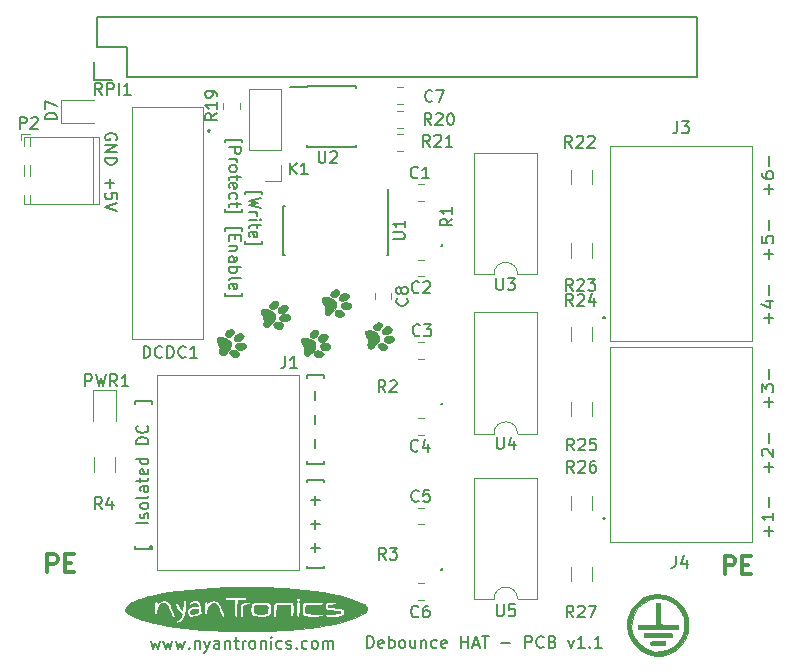
<source format=gbr>
G04 #@! TF.GenerationSoftware,KiCad,Pcbnew,(5.1.0)-1*
G04 #@! TF.CreationDate,2019-03-28T22:22:43+01:00*
G04 #@! TF.ProjectId,debounce_shield,6465626f-756e-4636-955f-736869656c64,rev?*
G04 #@! TF.SameCoordinates,Original*
G04 #@! TF.FileFunction,Legend,Top*
G04 #@! TF.FilePolarity,Positive*
%FSLAX46Y46*%
G04 Gerber Fmt 4.6, Leading zero omitted, Abs format (unit mm)*
G04 Created by KiCad (PCBNEW (5.1.0)-1) date 2019-03-28 22:22:43*
%MOMM*%
%LPD*%
G04 APERTURE LIST*
%ADD10C,0.300000*%
%ADD11C,0.200000*%
%ADD12C,0.010000*%
%ADD13C,0.120000*%
%ADD14C,0.100000*%
%ADD15C,0.254000*%
%ADD16C,0.150000*%
G04 APERTURE END LIST*
D10*
X157716671Y-120693571D02*
X157716671Y-119193571D01*
X158288100Y-119193571D01*
X158430957Y-119265000D01*
X158502385Y-119336428D01*
X158573814Y-119479285D01*
X158573814Y-119693571D01*
X158502385Y-119836428D01*
X158430957Y-119907857D01*
X158288100Y-119979285D01*
X157716671Y-119979285D01*
X159216671Y-119907857D02*
X159716671Y-119907857D01*
X159930957Y-120693571D02*
X159216671Y-120693571D01*
X159216671Y-119193571D01*
X159930957Y-119193571D01*
X100388871Y-120541171D02*
X100388871Y-119041171D01*
X100960300Y-119041171D01*
X101103157Y-119112600D01*
X101174585Y-119184028D01*
X101246014Y-119326885D01*
X101246014Y-119541171D01*
X101174585Y-119684028D01*
X101103157Y-119755457D01*
X100960300Y-119826885D01*
X100388871Y-119826885D01*
X101888871Y-119755457D02*
X102388871Y-119755457D01*
X102603157Y-120541171D02*
X101888871Y-120541171D01*
X101888871Y-119041171D01*
X102603157Y-119041171D01*
D11*
X109256414Y-118329909D02*
X109256414Y-118568004D01*
X107827842Y-118568004D01*
X107827842Y-118329909D01*
X108923080Y-116425147D02*
X107923080Y-116425147D01*
X108875461Y-115996576D02*
X108923080Y-115901338D01*
X108923080Y-115710861D01*
X108875461Y-115615623D01*
X108780223Y-115568004D01*
X108732604Y-115568004D01*
X108637366Y-115615623D01*
X108589747Y-115710861D01*
X108589747Y-115853719D01*
X108542128Y-115948957D01*
X108446890Y-115996576D01*
X108399271Y-115996576D01*
X108304033Y-115948957D01*
X108256414Y-115853719D01*
X108256414Y-115710861D01*
X108304033Y-115615623D01*
X108923080Y-114996576D02*
X108875461Y-115091814D01*
X108827842Y-115139433D01*
X108732604Y-115187052D01*
X108446890Y-115187052D01*
X108351652Y-115139433D01*
X108304033Y-115091814D01*
X108256414Y-114996576D01*
X108256414Y-114853719D01*
X108304033Y-114758480D01*
X108351652Y-114710861D01*
X108446890Y-114663242D01*
X108732604Y-114663242D01*
X108827842Y-114710861D01*
X108875461Y-114758480D01*
X108923080Y-114853719D01*
X108923080Y-114996576D01*
X108923080Y-114091814D02*
X108875461Y-114187052D01*
X108780223Y-114234671D01*
X107923080Y-114234671D01*
X108923080Y-113282290D02*
X108399271Y-113282290D01*
X108304033Y-113329909D01*
X108256414Y-113425147D01*
X108256414Y-113615623D01*
X108304033Y-113710861D01*
X108875461Y-113282290D02*
X108923080Y-113377528D01*
X108923080Y-113615623D01*
X108875461Y-113710861D01*
X108780223Y-113758480D01*
X108684985Y-113758480D01*
X108589747Y-113710861D01*
X108542128Y-113615623D01*
X108542128Y-113377528D01*
X108494509Y-113282290D01*
X108256414Y-112948957D02*
X108256414Y-112568004D01*
X107923080Y-112806100D02*
X108780223Y-112806100D01*
X108875461Y-112758480D01*
X108923080Y-112663242D01*
X108923080Y-112568004D01*
X108875461Y-111853719D02*
X108923080Y-111948957D01*
X108923080Y-112139433D01*
X108875461Y-112234671D01*
X108780223Y-112282290D01*
X108399271Y-112282290D01*
X108304033Y-112234671D01*
X108256414Y-112139433D01*
X108256414Y-111948957D01*
X108304033Y-111853719D01*
X108399271Y-111806100D01*
X108494509Y-111806100D01*
X108589747Y-112282290D01*
X108923080Y-110948957D02*
X107923080Y-110948957D01*
X108875461Y-110948957D02*
X108923080Y-111044195D01*
X108923080Y-111234671D01*
X108875461Y-111329909D01*
X108827842Y-111377528D01*
X108732604Y-111425147D01*
X108446890Y-111425147D01*
X108351652Y-111377528D01*
X108304033Y-111329909D01*
X108256414Y-111234671D01*
X108256414Y-111044195D01*
X108304033Y-110948957D01*
X108923080Y-109710861D02*
X107923080Y-109710861D01*
X107923080Y-109472766D01*
X107970700Y-109329909D01*
X108065938Y-109234671D01*
X108161176Y-109187052D01*
X108351652Y-109139433D01*
X108494509Y-109139433D01*
X108684985Y-109187052D01*
X108780223Y-109234671D01*
X108875461Y-109329909D01*
X108923080Y-109472766D01*
X108923080Y-109710861D01*
X108827842Y-108139433D02*
X108875461Y-108187052D01*
X108923080Y-108329909D01*
X108923080Y-108425147D01*
X108875461Y-108568004D01*
X108780223Y-108663242D01*
X108684985Y-108710861D01*
X108494509Y-108758480D01*
X108351652Y-108758480D01*
X108161176Y-108710861D01*
X108065938Y-108663242D01*
X107970700Y-108568004D01*
X107923080Y-108425147D01*
X107923080Y-108329909D01*
X107970700Y-108187052D01*
X108018319Y-108139433D01*
X109256414Y-106282290D02*
X109256414Y-106044195D01*
X107827842Y-106044195D01*
X107827842Y-106282290D01*
X123772514Y-120004480D02*
X123772514Y-120242576D01*
X122343942Y-120242576D01*
X122343942Y-120004480D01*
X123058228Y-118861623D02*
X123058228Y-118099719D01*
X123439180Y-118480671D02*
X122677276Y-118480671D01*
X123058228Y-116861623D02*
X123058228Y-116099719D01*
X123439180Y-116480671D02*
X122677276Y-116480671D01*
X123058228Y-114861623D02*
X123058228Y-114099719D01*
X123439180Y-114480671D02*
X122677276Y-114480671D01*
X123772514Y-112956861D02*
X123772514Y-112718766D01*
X122343942Y-112718766D01*
X122343942Y-112956861D01*
X123772514Y-111147338D02*
X123772514Y-111385433D01*
X122343942Y-111385433D01*
X122343942Y-111147338D01*
X123058228Y-110004480D02*
X123058228Y-109242576D01*
X123058228Y-108004480D02*
X123058228Y-107242576D01*
X123058228Y-106004480D02*
X123058228Y-105242576D01*
X123772514Y-104099719D02*
X123772514Y-103861623D01*
X122343942Y-103861623D01*
X122343942Y-104099719D01*
X109141595Y-126366614D02*
X109332071Y-127033280D01*
X109522547Y-126557090D01*
X109713023Y-127033280D01*
X109903500Y-126366614D01*
X110189214Y-126366614D02*
X110379690Y-127033280D01*
X110570166Y-126557090D01*
X110760642Y-127033280D01*
X110951119Y-126366614D01*
X111236833Y-126366614D02*
X111427309Y-127033280D01*
X111617785Y-126557090D01*
X111808261Y-127033280D01*
X111998738Y-126366614D01*
X112379690Y-126938042D02*
X112427309Y-126985661D01*
X112379690Y-127033280D01*
X112332071Y-126985661D01*
X112379690Y-126938042D01*
X112379690Y-127033280D01*
X112855880Y-126366614D02*
X112855880Y-127033280D01*
X112855880Y-126461852D02*
X112903500Y-126414233D01*
X112998738Y-126366614D01*
X113141595Y-126366614D01*
X113236833Y-126414233D01*
X113284452Y-126509471D01*
X113284452Y-127033280D01*
X113665404Y-126366614D02*
X113903500Y-127033280D01*
X114141595Y-126366614D02*
X113903500Y-127033280D01*
X113808261Y-127271376D01*
X113760642Y-127318995D01*
X113665404Y-127366614D01*
X114951119Y-127033280D02*
X114951119Y-126509471D01*
X114903500Y-126414233D01*
X114808261Y-126366614D01*
X114617785Y-126366614D01*
X114522547Y-126414233D01*
X114951119Y-126985661D02*
X114855880Y-127033280D01*
X114617785Y-127033280D01*
X114522547Y-126985661D01*
X114474928Y-126890423D01*
X114474928Y-126795185D01*
X114522547Y-126699947D01*
X114617785Y-126652328D01*
X114855880Y-126652328D01*
X114951119Y-126604709D01*
X115427309Y-126366614D02*
X115427309Y-127033280D01*
X115427309Y-126461852D02*
X115474928Y-126414233D01*
X115570166Y-126366614D01*
X115713023Y-126366614D01*
X115808261Y-126414233D01*
X115855880Y-126509471D01*
X115855880Y-127033280D01*
X116189214Y-126366614D02*
X116570166Y-126366614D01*
X116332071Y-126033280D02*
X116332071Y-126890423D01*
X116379690Y-126985661D01*
X116474928Y-127033280D01*
X116570166Y-127033280D01*
X116903500Y-127033280D02*
X116903500Y-126366614D01*
X116903500Y-126557090D02*
X116951119Y-126461852D01*
X116998738Y-126414233D01*
X117093976Y-126366614D01*
X117189214Y-126366614D01*
X117665404Y-127033280D02*
X117570166Y-126985661D01*
X117522547Y-126938042D01*
X117474928Y-126842804D01*
X117474928Y-126557090D01*
X117522547Y-126461852D01*
X117570166Y-126414233D01*
X117665404Y-126366614D01*
X117808261Y-126366614D01*
X117903500Y-126414233D01*
X117951119Y-126461852D01*
X117998738Y-126557090D01*
X117998738Y-126842804D01*
X117951119Y-126938042D01*
X117903500Y-126985661D01*
X117808261Y-127033280D01*
X117665404Y-127033280D01*
X118427309Y-126366614D02*
X118427309Y-127033280D01*
X118427309Y-126461852D02*
X118474928Y-126414233D01*
X118570166Y-126366614D01*
X118713023Y-126366614D01*
X118808261Y-126414233D01*
X118855880Y-126509471D01*
X118855880Y-127033280D01*
X119332071Y-127033280D02*
X119332071Y-126366614D01*
X119332071Y-126033280D02*
X119284452Y-126080900D01*
X119332071Y-126128519D01*
X119379690Y-126080900D01*
X119332071Y-126033280D01*
X119332071Y-126128519D01*
X120236833Y-126985661D02*
X120141595Y-127033280D01*
X119951119Y-127033280D01*
X119855880Y-126985661D01*
X119808261Y-126938042D01*
X119760642Y-126842804D01*
X119760642Y-126557090D01*
X119808261Y-126461852D01*
X119855880Y-126414233D01*
X119951119Y-126366614D01*
X120141595Y-126366614D01*
X120236833Y-126414233D01*
X120617785Y-126985661D02*
X120713023Y-127033280D01*
X120903500Y-127033280D01*
X120998738Y-126985661D01*
X121046357Y-126890423D01*
X121046357Y-126842804D01*
X120998738Y-126747566D01*
X120903500Y-126699947D01*
X120760642Y-126699947D01*
X120665404Y-126652328D01*
X120617785Y-126557090D01*
X120617785Y-126509471D01*
X120665404Y-126414233D01*
X120760642Y-126366614D01*
X120903500Y-126366614D01*
X120998738Y-126414233D01*
X121474928Y-126938042D02*
X121522547Y-126985661D01*
X121474928Y-127033280D01*
X121427309Y-126985661D01*
X121474928Y-126938042D01*
X121474928Y-127033280D01*
X122379690Y-126985661D02*
X122284452Y-127033280D01*
X122093976Y-127033280D01*
X121998738Y-126985661D01*
X121951119Y-126938042D01*
X121903500Y-126842804D01*
X121903500Y-126557090D01*
X121951119Y-126461852D01*
X121998738Y-126414233D01*
X122093976Y-126366614D01*
X122284452Y-126366614D01*
X122379690Y-126414233D01*
X122951119Y-127033280D02*
X122855880Y-126985661D01*
X122808261Y-126938042D01*
X122760642Y-126842804D01*
X122760642Y-126557090D01*
X122808261Y-126461852D01*
X122855880Y-126414233D01*
X122951119Y-126366614D01*
X123093976Y-126366614D01*
X123189214Y-126414233D01*
X123236833Y-126461852D01*
X123284452Y-126557090D01*
X123284452Y-126842804D01*
X123236833Y-126938042D01*
X123189214Y-126985661D01*
X123093976Y-127033280D01*
X122951119Y-127033280D01*
X123713023Y-127033280D02*
X123713023Y-126366614D01*
X123713023Y-126461852D02*
X123760642Y-126414233D01*
X123855880Y-126366614D01*
X123998738Y-126366614D01*
X124093976Y-126414233D01*
X124141595Y-126509471D01*
X124141595Y-127033280D01*
X124141595Y-126509471D02*
X124189214Y-126414233D01*
X124284452Y-126366614D01*
X124427309Y-126366614D01*
X124522547Y-126414233D01*
X124570166Y-126509471D01*
X124570166Y-127033280D01*
X117132885Y-88574809D02*
X117132885Y-88336714D01*
X118561457Y-88336714D01*
X118561457Y-88574809D01*
X118466219Y-88860523D02*
X117466219Y-89098619D01*
X118180504Y-89289095D01*
X117466219Y-89479571D01*
X118466219Y-89717666D01*
X117466219Y-90098619D02*
X118132885Y-90098619D01*
X117942409Y-90098619D02*
X118037647Y-90146238D01*
X118085266Y-90193857D01*
X118132885Y-90289095D01*
X118132885Y-90384333D01*
X117466219Y-90717666D02*
X118132885Y-90717666D01*
X118466219Y-90717666D02*
X118418600Y-90670047D01*
X118370980Y-90717666D01*
X118418600Y-90765285D01*
X118466219Y-90717666D01*
X118370980Y-90717666D01*
X118132885Y-91051000D02*
X118132885Y-91431952D01*
X118466219Y-91193857D02*
X117609076Y-91193857D01*
X117513838Y-91241476D01*
X117466219Y-91336714D01*
X117466219Y-91431952D01*
X117513838Y-92146238D02*
X117466219Y-92051000D01*
X117466219Y-91860523D01*
X117513838Y-91765285D01*
X117609076Y-91717666D01*
X117990028Y-91717666D01*
X118085266Y-91765285D01*
X118132885Y-91860523D01*
X118132885Y-92051000D01*
X118085266Y-92146238D01*
X117990028Y-92193857D01*
X117894790Y-92193857D01*
X117799552Y-91717666D01*
X117132885Y-92527190D02*
X117132885Y-92765285D01*
X118561457Y-92765285D01*
X118561457Y-92527190D01*
X115432885Y-84170047D02*
X115432885Y-83931952D01*
X116861457Y-83931952D01*
X116861457Y-84170047D01*
X115766219Y-84551000D02*
X116766219Y-84551000D01*
X116766219Y-84931952D01*
X116718600Y-85027190D01*
X116670980Y-85074809D01*
X116575742Y-85122428D01*
X116432885Y-85122428D01*
X116337647Y-85074809D01*
X116290028Y-85027190D01*
X116242409Y-84931952D01*
X116242409Y-84551000D01*
X115766219Y-85551000D02*
X116432885Y-85551000D01*
X116242409Y-85551000D02*
X116337647Y-85598619D01*
X116385266Y-85646238D01*
X116432885Y-85741476D01*
X116432885Y-85836714D01*
X115766219Y-86312904D02*
X115813838Y-86217666D01*
X115861457Y-86170047D01*
X115956695Y-86122428D01*
X116242409Y-86122428D01*
X116337647Y-86170047D01*
X116385266Y-86217666D01*
X116432885Y-86312904D01*
X116432885Y-86455761D01*
X116385266Y-86551000D01*
X116337647Y-86598619D01*
X116242409Y-86646238D01*
X115956695Y-86646238D01*
X115861457Y-86598619D01*
X115813838Y-86551000D01*
X115766219Y-86455761D01*
X115766219Y-86312904D01*
X116432885Y-86931952D02*
X116432885Y-87312904D01*
X116766219Y-87074809D02*
X115909076Y-87074809D01*
X115813838Y-87122428D01*
X115766219Y-87217666D01*
X115766219Y-87312904D01*
X115813838Y-88027190D02*
X115766219Y-87931952D01*
X115766219Y-87741476D01*
X115813838Y-87646238D01*
X115909076Y-87598619D01*
X116290028Y-87598619D01*
X116385266Y-87646238D01*
X116432885Y-87741476D01*
X116432885Y-87931952D01*
X116385266Y-88027190D01*
X116290028Y-88074809D01*
X116194790Y-88074809D01*
X116099552Y-87598619D01*
X115813838Y-88931952D02*
X115766219Y-88836714D01*
X115766219Y-88646238D01*
X115813838Y-88551000D01*
X115861457Y-88503380D01*
X115956695Y-88455761D01*
X116242409Y-88455761D01*
X116337647Y-88503380D01*
X116385266Y-88551000D01*
X116432885Y-88646238D01*
X116432885Y-88836714D01*
X116385266Y-88931952D01*
X116432885Y-89217666D02*
X116432885Y-89598619D01*
X116766219Y-89360523D02*
X115909076Y-89360523D01*
X115813838Y-89408142D01*
X115766219Y-89503380D01*
X115766219Y-89598619D01*
X115432885Y-89836714D02*
X115432885Y-90074809D01*
X116861457Y-90074809D01*
X116861457Y-89836714D01*
X115432885Y-91646238D02*
X115432885Y-91408142D01*
X116861457Y-91408142D01*
X116861457Y-91646238D01*
X116290028Y-92027190D02*
X116290028Y-92360523D01*
X115766219Y-92503380D02*
X115766219Y-92027190D01*
X116766219Y-92027190D01*
X116766219Y-92503380D01*
X116432885Y-92931952D02*
X115766219Y-92931952D01*
X116337647Y-92931952D02*
X116385266Y-92979571D01*
X116432885Y-93074809D01*
X116432885Y-93217666D01*
X116385266Y-93312904D01*
X116290028Y-93360523D01*
X115766219Y-93360523D01*
X115766219Y-94265285D02*
X116290028Y-94265285D01*
X116385266Y-94217666D01*
X116432885Y-94122428D01*
X116432885Y-93931952D01*
X116385266Y-93836714D01*
X115813838Y-94265285D02*
X115766219Y-94170047D01*
X115766219Y-93931952D01*
X115813838Y-93836714D01*
X115909076Y-93789095D01*
X116004314Y-93789095D01*
X116099552Y-93836714D01*
X116147171Y-93931952D01*
X116147171Y-94170047D01*
X116194790Y-94265285D01*
X115766219Y-94741476D02*
X116766219Y-94741476D01*
X116385266Y-94741476D02*
X116432885Y-94836714D01*
X116432885Y-95027190D01*
X116385266Y-95122428D01*
X116337647Y-95170047D01*
X116242409Y-95217666D01*
X115956695Y-95217666D01*
X115861457Y-95170047D01*
X115813838Y-95122428D01*
X115766219Y-95027190D01*
X115766219Y-94836714D01*
X115813838Y-94741476D01*
X115766219Y-95789095D02*
X115813838Y-95693857D01*
X115909076Y-95646238D01*
X116766219Y-95646238D01*
X115813838Y-96551000D02*
X115766219Y-96455761D01*
X115766219Y-96265285D01*
X115813838Y-96170047D01*
X115909076Y-96122428D01*
X116290028Y-96122428D01*
X116385266Y-96170047D01*
X116432885Y-96265285D01*
X116432885Y-96455761D01*
X116385266Y-96551000D01*
X116290028Y-96598619D01*
X116194790Y-96598619D01*
X116099552Y-96122428D01*
X115432885Y-96931952D02*
X115432885Y-97170047D01*
X116861457Y-97170047D01*
X116861457Y-96931952D01*
X106214800Y-83947333D02*
X106262419Y-83852095D01*
X106262419Y-83709238D01*
X106214800Y-83566380D01*
X106119561Y-83471142D01*
X106024323Y-83423523D01*
X105833847Y-83375904D01*
X105690990Y-83375904D01*
X105500514Y-83423523D01*
X105405276Y-83471142D01*
X105310038Y-83566380D01*
X105262419Y-83709238D01*
X105262419Y-83804476D01*
X105310038Y-83947333D01*
X105357657Y-83994952D01*
X105690990Y-83994952D01*
X105690990Y-83804476D01*
X105262419Y-84423523D02*
X106262419Y-84423523D01*
X105262419Y-84994952D01*
X106262419Y-84994952D01*
X105262419Y-85471142D02*
X106262419Y-85471142D01*
X106262419Y-85709238D01*
X106214800Y-85852095D01*
X106119561Y-85947333D01*
X106024323Y-85994952D01*
X105833847Y-86042571D01*
X105690990Y-86042571D01*
X105500514Y-85994952D01*
X105405276Y-85947333D01*
X105310038Y-85852095D01*
X105262419Y-85709238D01*
X105262419Y-85471142D01*
X105643371Y-87233047D02*
X105643371Y-87994952D01*
X105262419Y-87614000D02*
X106024323Y-87614000D01*
X106262419Y-88947333D02*
X106262419Y-88471142D01*
X105786228Y-88423523D01*
X105833847Y-88471142D01*
X105881466Y-88566380D01*
X105881466Y-88804476D01*
X105833847Y-88899714D01*
X105786228Y-88947333D01*
X105690990Y-88994952D01*
X105452895Y-88994952D01*
X105357657Y-88947333D01*
X105310038Y-88899714D01*
X105262419Y-88804476D01*
X105262419Y-88566380D01*
X105310038Y-88471142D01*
X105357657Y-88423523D01*
X106262419Y-89280666D02*
X105262419Y-89614000D01*
X106262419Y-89947333D01*
X161471428Y-117480952D02*
X161471428Y-116642857D01*
X161852380Y-117061904D02*
X161090476Y-117061904D01*
X161852380Y-115542857D02*
X161852380Y-116171428D01*
X161852380Y-115857142D02*
X160852380Y-115857142D01*
X160995238Y-115961904D01*
X161090476Y-116066666D01*
X161138095Y-116171428D01*
X161471428Y-115071428D02*
X161471428Y-114233333D01*
X161471428Y-112033333D02*
X161471428Y-111195238D01*
X161852380Y-111614285D02*
X161090476Y-111614285D01*
X160947619Y-110723809D02*
X160900000Y-110671428D01*
X160852380Y-110566666D01*
X160852380Y-110304761D01*
X160900000Y-110200000D01*
X160947619Y-110147619D01*
X161042857Y-110095238D01*
X161138095Y-110095238D01*
X161280952Y-110147619D01*
X161852380Y-110776190D01*
X161852380Y-110095238D01*
X161471428Y-109623809D02*
X161471428Y-108785714D01*
X161471428Y-106585714D02*
X161471428Y-105747619D01*
X161852380Y-106166666D02*
X161090476Y-106166666D01*
X160852380Y-105328571D02*
X160852380Y-104647619D01*
X161233333Y-105014285D01*
X161233333Y-104857142D01*
X161280952Y-104752380D01*
X161328571Y-104700000D01*
X161423809Y-104647619D01*
X161661904Y-104647619D01*
X161757142Y-104700000D01*
X161804761Y-104752380D01*
X161852380Y-104857142D01*
X161852380Y-105171428D01*
X161804761Y-105276190D01*
X161757142Y-105328571D01*
X161471428Y-104176190D02*
X161471428Y-103338095D01*
X161471428Y-99461904D02*
X161471428Y-98623809D01*
X161852380Y-99042857D02*
X161090476Y-99042857D01*
X161185714Y-97628571D02*
X161852380Y-97628571D01*
X160804761Y-97890476D02*
X161519047Y-98152380D01*
X161519047Y-97471428D01*
X161471428Y-97052380D02*
X161471428Y-96214285D01*
X161471428Y-94014285D02*
X161471428Y-93176190D01*
X161852380Y-93595238D02*
X161090476Y-93595238D01*
X160852380Y-92128571D02*
X160852380Y-92652380D01*
X161328571Y-92704761D01*
X161280952Y-92652380D01*
X161233333Y-92547619D01*
X161233333Y-92285714D01*
X161280952Y-92180952D01*
X161328571Y-92128571D01*
X161423809Y-92076190D01*
X161661904Y-92076190D01*
X161757142Y-92128571D01*
X161804761Y-92180952D01*
X161852380Y-92285714D01*
X161852380Y-92547619D01*
X161804761Y-92652380D01*
X161757142Y-92704761D01*
X161471428Y-91604761D02*
X161471428Y-90766666D01*
X161471428Y-88566666D02*
X161471428Y-87728571D01*
X161852380Y-88147619D02*
X161090476Y-88147619D01*
X160852380Y-86733333D02*
X160852380Y-86942857D01*
X160900000Y-87047619D01*
X160947619Y-87100000D01*
X161090476Y-87204761D01*
X161280952Y-87257142D01*
X161661904Y-87257142D01*
X161757142Y-87204761D01*
X161804761Y-87152380D01*
X161852380Y-87047619D01*
X161852380Y-86838095D01*
X161804761Y-86733333D01*
X161757142Y-86680952D01*
X161661904Y-86628571D01*
X161423809Y-86628571D01*
X161328571Y-86680952D01*
X161280952Y-86733333D01*
X161233333Y-86838095D01*
X161233333Y-87047619D01*
X161280952Y-87152380D01*
X161328571Y-87204761D01*
X161423809Y-87257142D01*
X161471428Y-86157142D02*
X161471428Y-85319047D01*
X127445738Y-126969780D02*
X127445738Y-125969780D01*
X127683833Y-125969780D01*
X127826690Y-126017400D01*
X127921928Y-126112638D01*
X127969547Y-126207876D01*
X128017166Y-126398352D01*
X128017166Y-126541209D01*
X127969547Y-126731685D01*
X127921928Y-126826923D01*
X127826690Y-126922161D01*
X127683833Y-126969780D01*
X127445738Y-126969780D01*
X128826690Y-126922161D02*
X128731452Y-126969780D01*
X128540976Y-126969780D01*
X128445738Y-126922161D01*
X128398119Y-126826923D01*
X128398119Y-126445971D01*
X128445738Y-126350733D01*
X128540976Y-126303114D01*
X128731452Y-126303114D01*
X128826690Y-126350733D01*
X128874309Y-126445971D01*
X128874309Y-126541209D01*
X128398119Y-126636447D01*
X129302880Y-126969780D02*
X129302880Y-125969780D01*
X129302880Y-126350733D02*
X129398119Y-126303114D01*
X129588595Y-126303114D01*
X129683833Y-126350733D01*
X129731452Y-126398352D01*
X129779071Y-126493590D01*
X129779071Y-126779304D01*
X129731452Y-126874542D01*
X129683833Y-126922161D01*
X129588595Y-126969780D01*
X129398119Y-126969780D01*
X129302880Y-126922161D01*
X130350500Y-126969780D02*
X130255261Y-126922161D01*
X130207642Y-126874542D01*
X130160023Y-126779304D01*
X130160023Y-126493590D01*
X130207642Y-126398352D01*
X130255261Y-126350733D01*
X130350500Y-126303114D01*
X130493357Y-126303114D01*
X130588595Y-126350733D01*
X130636214Y-126398352D01*
X130683833Y-126493590D01*
X130683833Y-126779304D01*
X130636214Y-126874542D01*
X130588595Y-126922161D01*
X130493357Y-126969780D01*
X130350500Y-126969780D01*
X131540976Y-126303114D02*
X131540976Y-126969780D01*
X131112404Y-126303114D02*
X131112404Y-126826923D01*
X131160023Y-126922161D01*
X131255261Y-126969780D01*
X131398119Y-126969780D01*
X131493357Y-126922161D01*
X131540976Y-126874542D01*
X132017166Y-126303114D02*
X132017166Y-126969780D01*
X132017166Y-126398352D02*
X132064785Y-126350733D01*
X132160023Y-126303114D01*
X132302880Y-126303114D01*
X132398119Y-126350733D01*
X132445738Y-126445971D01*
X132445738Y-126969780D01*
X133350500Y-126922161D02*
X133255261Y-126969780D01*
X133064785Y-126969780D01*
X132969547Y-126922161D01*
X132921928Y-126874542D01*
X132874309Y-126779304D01*
X132874309Y-126493590D01*
X132921928Y-126398352D01*
X132969547Y-126350733D01*
X133064785Y-126303114D01*
X133255261Y-126303114D01*
X133350500Y-126350733D01*
X134160023Y-126922161D02*
X134064785Y-126969780D01*
X133874309Y-126969780D01*
X133779071Y-126922161D01*
X133731452Y-126826923D01*
X133731452Y-126445971D01*
X133779071Y-126350733D01*
X133874309Y-126303114D01*
X134064785Y-126303114D01*
X134160023Y-126350733D01*
X134207642Y-126445971D01*
X134207642Y-126541209D01*
X133731452Y-126636447D01*
X135398119Y-126969780D02*
X135398119Y-125969780D01*
X135398119Y-126445971D02*
X135969547Y-126445971D01*
X135969547Y-126969780D02*
X135969547Y-125969780D01*
X136398119Y-126684066D02*
X136874309Y-126684066D01*
X136302880Y-126969780D02*
X136636214Y-125969780D01*
X136969547Y-126969780D01*
X137160023Y-125969780D02*
X137731452Y-125969780D01*
X137445738Y-126969780D02*
X137445738Y-125969780D01*
X138826690Y-126588828D02*
X139588595Y-126588828D01*
X140826690Y-126969780D02*
X140826690Y-125969780D01*
X141207642Y-125969780D01*
X141302880Y-126017400D01*
X141350500Y-126065019D01*
X141398119Y-126160257D01*
X141398119Y-126303114D01*
X141350500Y-126398352D01*
X141302880Y-126445971D01*
X141207642Y-126493590D01*
X140826690Y-126493590D01*
X142398119Y-126874542D02*
X142350500Y-126922161D01*
X142207642Y-126969780D01*
X142112404Y-126969780D01*
X141969547Y-126922161D01*
X141874309Y-126826923D01*
X141826690Y-126731685D01*
X141779071Y-126541209D01*
X141779071Y-126398352D01*
X141826690Y-126207876D01*
X141874309Y-126112638D01*
X141969547Y-126017400D01*
X142112404Y-125969780D01*
X142207642Y-125969780D01*
X142350500Y-126017400D01*
X142398119Y-126065019D01*
X143160023Y-126445971D02*
X143302880Y-126493590D01*
X143350500Y-126541209D01*
X143398119Y-126636447D01*
X143398119Y-126779304D01*
X143350500Y-126874542D01*
X143302880Y-126922161D01*
X143207642Y-126969780D01*
X142826690Y-126969780D01*
X142826690Y-125969780D01*
X143160023Y-125969780D01*
X143255261Y-126017400D01*
X143302880Y-126065019D01*
X143350500Y-126160257D01*
X143350500Y-126255495D01*
X143302880Y-126350733D01*
X143255261Y-126398352D01*
X143160023Y-126445971D01*
X142826690Y-126445971D01*
X144493357Y-126303114D02*
X144731452Y-126969780D01*
X144969547Y-126303114D01*
X145874309Y-126969780D02*
X145302880Y-126969780D01*
X145588595Y-126969780D02*
X145588595Y-125969780D01*
X145493357Y-126112638D01*
X145398119Y-126207876D01*
X145302880Y-126255495D01*
X146302880Y-126874542D02*
X146350500Y-126922161D01*
X146302880Y-126969780D01*
X146255261Y-126922161D01*
X146302880Y-126874542D01*
X146302880Y-126969780D01*
X147302880Y-126969780D02*
X146731452Y-126969780D01*
X147017166Y-126969780D02*
X147017166Y-125969780D01*
X146921928Y-126112638D01*
X146826690Y-126207876D01*
X146731452Y-126255495D01*
D12*
G36*
X129532324Y-99965072D02*
G01*
X129507372Y-100109313D01*
X129447255Y-100214333D01*
X129334763Y-100314407D01*
X129182305Y-100380918D01*
X129015644Y-100410010D01*
X128860542Y-100397823D01*
X128742765Y-100340500D01*
X128725260Y-100322457D01*
X128697716Y-100245956D01*
X128693921Y-100153391D01*
X128743386Y-100025492D01*
X128853543Y-99906731D01*
X129000565Y-99811251D01*
X129160625Y-99753196D01*
X129309897Y-99746709D01*
X129356813Y-99759885D01*
X129481451Y-99845144D01*
X129532324Y-99965072D01*
X129532324Y-99965072D01*
G37*
X129532324Y-99965072D02*
X129507372Y-100109313D01*
X129447255Y-100214333D01*
X129334763Y-100314407D01*
X129182305Y-100380918D01*
X129015644Y-100410010D01*
X128860542Y-100397823D01*
X128742765Y-100340500D01*
X128725260Y-100322457D01*
X128697716Y-100245956D01*
X128693921Y-100153391D01*
X128743386Y-100025492D01*
X128853543Y-99906731D01*
X129000565Y-99811251D01*
X129160625Y-99753196D01*
X129309897Y-99746709D01*
X129356813Y-99759885D01*
X129481451Y-99845144D01*
X129532324Y-99965072D01*
G36*
X129716546Y-100766872D02*
G01*
X129719456Y-100779146D01*
X129709312Y-100911503D01*
X129629549Y-101021816D01*
X129494333Y-101100259D01*
X129317825Y-101137014D01*
X129205413Y-101135655D01*
X129028508Y-101092476D01*
X128903572Y-101005526D01*
X128841707Y-100886406D01*
X128848643Y-100762880D01*
X128922666Y-100645929D01*
X129048232Y-100568804D01*
X129204407Y-100531112D01*
X129370259Y-100532465D01*
X129524856Y-100572469D01*
X129647263Y-100650735D01*
X129716546Y-100766872D01*
X129716546Y-100766872D01*
G37*
X129716546Y-100766872D02*
X129719456Y-100779146D01*
X129709312Y-100911503D01*
X129629549Y-101021816D01*
X129494333Y-101100259D01*
X129317825Y-101137014D01*
X129205413Y-101135655D01*
X129028508Y-101092476D01*
X128903572Y-101005526D01*
X128841707Y-100886406D01*
X128848643Y-100762880D01*
X128922666Y-100645929D01*
X129048232Y-100568804D01*
X129204407Y-100531112D01*
X129370259Y-100532465D01*
X129524856Y-100572469D01*
X129647263Y-100650735D01*
X129716546Y-100766872D01*
G36*
X128700590Y-99553878D02*
G01*
X128713389Y-99671132D01*
X128661728Y-99799744D01*
X128560635Y-99921929D01*
X128425144Y-100019901D01*
X128270286Y-100075876D01*
X128257632Y-100077989D01*
X128112359Y-100068764D01*
X128007852Y-100002466D01*
X127959621Y-99894226D01*
X127969115Y-99796564D01*
X128046599Y-99639024D01*
X128162915Y-99517956D01*
X128301023Y-99439014D01*
X128443887Y-99407850D01*
X128574469Y-99430116D01*
X128675732Y-99511468D01*
X128700590Y-99553878D01*
X128700590Y-99553878D01*
G37*
X128700590Y-99553878D02*
X128713389Y-99671132D01*
X128661728Y-99799744D01*
X128560635Y-99921929D01*
X128425144Y-100019901D01*
X128270286Y-100075876D01*
X128257632Y-100077989D01*
X128112359Y-100068764D01*
X128007852Y-100002466D01*
X127959621Y-99894226D01*
X127969115Y-99796564D01*
X128046599Y-99639024D01*
X128162915Y-99517956D01*
X128301023Y-99439014D01*
X128443887Y-99407850D01*
X128574469Y-99430116D01*
X128675732Y-99511468D01*
X128700590Y-99553878D01*
G36*
X125899565Y-97144011D02*
G01*
X125891904Y-97223884D01*
X125816290Y-97362372D01*
X125684683Y-97475949D01*
X125521629Y-97553537D01*
X125351680Y-97584060D01*
X125199386Y-97556440D01*
X125178288Y-97545879D01*
X125102166Y-97502745D01*
X125071416Y-97472204D01*
X125059493Y-97422173D01*
X125055412Y-97397358D01*
X125071431Y-97273640D01*
X125144842Y-97140937D01*
X125257532Y-97028578D01*
X125300171Y-97001008D01*
X125463150Y-96938868D01*
X125621158Y-96928344D01*
X125757615Y-96963187D01*
X125855944Y-97037158D01*
X125899565Y-97144011D01*
X125899565Y-97144011D01*
G37*
X125899565Y-97144011D02*
X125891904Y-97223884D01*
X125816290Y-97362372D01*
X125684683Y-97475949D01*
X125521629Y-97553537D01*
X125351680Y-97584060D01*
X125199386Y-97556440D01*
X125178288Y-97545879D01*
X125102166Y-97502745D01*
X125071416Y-97472204D01*
X125059493Y-97422173D01*
X125055412Y-97397358D01*
X125071431Y-97273640D01*
X125144842Y-97140937D01*
X125257532Y-97028578D01*
X125300171Y-97001008D01*
X125463150Y-96938868D01*
X125621158Y-96928344D01*
X125757615Y-96963187D01*
X125855944Y-97037158D01*
X125899565Y-97144011D01*
G36*
X129148574Y-101451238D02*
G01*
X129148929Y-101557463D01*
X129070412Y-101660588D01*
X129052637Y-101676047D01*
X128933498Y-101738088D01*
X128768159Y-101753127D01*
X128740468Y-101751860D01*
X128598299Y-101733493D01*
X128501775Y-101687393D01*
X128421199Y-101606565D01*
X128348285Y-101499932D01*
X128333365Y-101408316D01*
X128344509Y-101356756D01*
X128379187Y-101274370D01*
X128438690Y-101226691D01*
X128529714Y-101193380D01*
X128732826Y-101166731D01*
X128918614Y-101211330D01*
X129066719Y-101322175D01*
X129070133Y-101326192D01*
X129148574Y-101451238D01*
X129148574Y-101451238D01*
G37*
X129148574Y-101451238D02*
X129148929Y-101557463D01*
X129070412Y-101660588D01*
X129052637Y-101676047D01*
X128933498Y-101738088D01*
X128768159Y-101753127D01*
X128740468Y-101751860D01*
X128598299Y-101733493D01*
X128501775Y-101687393D01*
X128421199Y-101606565D01*
X128348285Y-101499932D01*
X128333365Y-101408316D01*
X128344509Y-101356756D01*
X128379187Y-101274370D01*
X128438690Y-101226691D01*
X128529714Y-101193380D01*
X128732826Y-101166731D01*
X128918614Y-101211330D01*
X129066719Y-101322175D01*
X129070133Y-101326192D01*
X129148574Y-101451238D01*
G36*
X126062544Y-97902739D02*
G01*
X126067736Y-97915577D01*
X126082143Y-98053982D01*
X126018372Y-98170135D01*
X125881465Y-98257345D01*
X125786998Y-98288046D01*
X125599784Y-98308124D01*
X125431611Y-98277515D01*
X125298807Y-98204834D01*
X125217698Y-98098697D01*
X125202659Y-97979715D01*
X125257650Y-97854520D01*
X125369587Y-97764847D01*
X125517872Y-97712221D01*
X125681906Y-97698170D01*
X125841095Y-97724222D01*
X125974841Y-97791902D01*
X126062544Y-97902739D01*
X126062544Y-97902739D01*
G37*
X126062544Y-97902739D02*
X126067736Y-97915577D01*
X126082143Y-98053982D01*
X126018372Y-98170135D01*
X125881465Y-98257345D01*
X125786998Y-98288046D01*
X125599784Y-98308124D01*
X125431611Y-98277515D01*
X125298807Y-98204834D01*
X125217698Y-98098697D01*
X125202659Y-97979715D01*
X125257650Y-97854520D01*
X125369587Y-97764847D01*
X125517872Y-97712221D01*
X125681906Y-97698170D01*
X125841095Y-97724222D01*
X125974841Y-97791902D01*
X126062544Y-97902739D01*
G36*
X125076421Y-96814096D02*
G01*
X125050058Y-96933181D01*
X124983147Y-97050781D01*
X124881702Y-97152846D01*
X124751742Y-97225328D01*
X124599282Y-97254179D01*
X124567210Y-97253510D01*
X124424364Y-97214071D01*
X124342557Y-97120647D01*
X124328834Y-96985996D01*
X124368084Y-96880574D01*
X124465341Y-96768423D01*
X124519479Y-96720752D01*
X124637954Y-96631499D01*
X124733755Y-96591598D01*
X124840896Y-96587510D01*
X124852042Y-96588418D01*
X124983429Y-96627666D01*
X125056216Y-96707574D01*
X125076421Y-96814096D01*
X125076421Y-96814096D01*
G37*
X125076421Y-96814096D02*
X125050058Y-96933181D01*
X124983147Y-97050781D01*
X124881702Y-97152846D01*
X124751742Y-97225328D01*
X124599282Y-97254179D01*
X124567210Y-97253510D01*
X124424364Y-97214071D01*
X124342557Y-97120647D01*
X124328834Y-96985996D01*
X124368084Y-96880574D01*
X124465341Y-96768423D01*
X124519479Y-96720752D01*
X124637954Y-96631499D01*
X124733755Y-96591598D01*
X124840896Y-96587510D01*
X124852042Y-96588418D01*
X124983429Y-96627666D01*
X125056216Y-96707574D01*
X125076421Y-96814096D01*
G36*
X128434018Y-100565087D02*
G01*
X128471121Y-100752607D01*
X128431688Y-100948432D01*
X128429933Y-100952682D01*
X128341197Y-101108617D01*
X128209070Y-101275563D01*
X128056290Y-101429579D01*
X127905598Y-101546730D01*
X127824767Y-101589721D01*
X127711060Y-101625803D01*
X127633921Y-101615030D01*
X127561630Y-101557897D01*
X127509100Y-101493130D01*
X127483976Y-101415100D01*
X127481916Y-101298668D01*
X127493635Y-101164034D01*
X127507695Y-101016056D01*
X127515097Y-100905666D01*
X127514365Y-100855357D01*
X127513981Y-100854681D01*
X127454042Y-100765167D01*
X127385014Y-100636896D01*
X127319932Y-100497740D01*
X127271827Y-100375572D01*
X127253730Y-100298269D01*
X127253738Y-100298050D01*
X127292861Y-100173199D01*
X127398582Y-100098059D01*
X127567872Y-100074165D01*
X127679248Y-100082401D01*
X127942993Y-100144529D01*
X128162003Y-100251831D01*
X128328329Y-100395089D01*
X128434018Y-100565087D01*
X128434018Y-100565087D01*
G37*
X128434018Y-100565087D02*
X128471121Y-100752607D01*
X128431688Y-100948432D01*
X128429933Y-100952682D01*
X128341197Y-101108617D01*
X128209070Y-101275563D01*
X128056290Y-101429579D01*
X127905598Y-101546730D01*
X127824767Y-101589721D01*
X127711060Y-101625803D01*
X127633921Y-101615030D01*
X127561630Y-101557897D01*
X127509100Y-101493130D01*
X127483976Y-101415100D01*
X127481916Y-101298668D01*
X127493635Y-101164034D01*
X127507695Y-101016056D01*
X127515097Y-100905666D01*
X127514365Y-100855357D01*
X127513981Y-100854681D01*
X127454042Y-100765167D01*
X127385014Y-100636896D01*
X127319932Y-100497740D01*
X127271827Y-100375572D01*
X127253730Y-100298269D01*
X127253738Y-100298050D01*
X127292861Y-100173199D01*
X127398582Y-100098059D01*
X127567872Y-100074165D01*
X127679248Y-100082401D01*
X127942993Y-100144529D01*
X128162003Y-100251831D01*
X128328329Y-100395089D01*
X128434018Y-100565087D01*
G36*
X125505993Y-98639197D02*
G01*
X125498596Y-98753304D01*
X125425739Y-98844662D01*
X125297013Y-98902865D01*
X125122011Y-98917512D01*
X125069450Y-98912820D01*
X124894790Y-98863249D01*
X124768258Y-98771025D01*
X124703716Y-98649154D01*
X124700567Y-98566806D01*
X124753861Y-98444006D01*
X124861044Y-98365153D01*
X125002798Y-98331662D01*
X125159804Y-98344950D01*
X125312744Y-98406432D01*
X125438337Y-98512741D01*
X125505993Y-98639197D01*
X125505993Y-98639197D01*
G37*
X125505993Y-98639197D02*
X125498596Y-98753304D01*
X125425739Y-98844662D01*
X125297013Y-98902865D01*
X125122011Y-98917512D01*
X125069450Y-98912820D01*
X124894790Y-98863249D01*
X124768258Y-98771025D01*
X124703716Y-98649154D01*
X124700567Y-98566806D01*
X124753861Y-98444006D01*
X124861044Y-98365153D01*
X125002798Y-98331662D01*
X125159804Y-98344950D01*
X125312744Y-98406432D01*
X125438337Y-98512741D01*
X125505993Y-98639197D01*
G36*
X124802980Y-97743219D02*
G01*
X124831675Y-97938888D01*
X124777469Y-98145051D01*
X124640119Y-98362769D01*
X124463821Y-98552041D01*
X124272278Y-98710230D01*
X124114175Y-98792375D01*
X123991512Y-98799161D01*
X123906284Y-98731270D01*
X123860488Y-98589388D01*
X123856121Y-98374199D01*
X123858386Y-98344539D01*
X123866893Y-98168339D01*
X123851543Y-98036458D01*
X123804802Y-97910140D01*
X123755543Y-97815420D01*
X123668069Y-97617461D01*
X123638680Y-97452437D01*
X123667601Y-97330048D01*
X123742745Y-97264760D01*
X123902029Y-97235080D01*
X124098930Y-97253876D01*
X124307876Y-97313273D01*
X124503294Y-97405396D01*
X124659611Y-97522368D01*
X124691626Y-97556988D01*
X124802980Y-97743219D01*
X124802980Y-97743219D01*
G37*
X124802980Y-97743219D02*
X124831675Y-97938888D01*
X124777469Y-98145051D01*
X124640119Y-98362769D01*
X124463821Y-98552041D01*
X124272278Y-98710230D01*
X124114175Y-98792375D01*
X123991512Y-98799161D01*
X123906284Y-98731270D01*
X123860488Y-98589388D01*
X123856121Y-98374199D01*
X123858386Y-98344539D01*
X123866893Y-98168339D01*
X123851543Y-98036458D01*
X123804802Y-97910140D01*
X123755543Y-97815420D01*
X123668069Y-97617461D01*
X123638680Y-97452437D01*
X123667601Y-97330048D01*
X123742745Y-97264760D01*
X123902029Y-97235080D01*
X124098930Y-97253876D01*
X124307876Y-97313273D01*
X124503294Y-97405396D01*
X124659611Y-97522368D01*
X124691626Y-97556988D01*
X124802980Y-97743219D01*
G36*
X124121385Y-100522582D02*
G01*
X124139512Y-100645574D01*
X124090234Y-100770782D01*
X123989464Y-100885371D01*
X123853116Y-100976504D01*
X123697104Y-101031346D01*
X123537339Y-101037060D01*
X123494524Y-101028223D01*
X123364700Y-100969333D01*
X123308424Y-100875064D01*
X123314553Y-100747608D01*
X123378741Y-100601702D01*
X123492005Y-100486771D01*
X123635544Y-100408061D01*
X123790557Y-100370813D01*
X123938246Y-100380271D01*
X124059813Y-100441677D01*
X124121385Y-100522582D01*
X124121385Y-100522582D01*
G37*
X124121385Y-100522582D02*
X124139512Y-100645574D01*
X124090234Y-100770782D01*
X123989464Y-100885371D01*
X123853116Y-100976504D01*
X123697104Y-101031346D01*
X123537339Y-101037060D01*
X123494524Y-101028223D01*
X123364700Y-100969333D01*
X123308424Y-100875064D01*
X123314553Y-100747608D01*
X123378741Y-100601702D01*
X123492005Y-100486771D01*
X123635544Y-100408061D01*
X123790557Y-100370813D01*
X123938246Y-100380271D01*
X124059813Y-100441677D01*
X124121385Y-100522582D01*
G36*
X124307315Y-101367829D02*
G01*
X124311120Y-101387040D01*
X124314136Y-101487607D01*
X124268618Y-101575727D01*
X124205671Y-101643244D01*
X124119643Y-101716623D01*
X124037207Y-101750587D01*
X123923893Y-101755122D01*
X123840321Y-101749078D01*
X123680688Y-101724536D01*
X123575391Y-101677414D01*
X123512180Y-101617674D01*
X123449870Y-101521560D01*
X123425243Y-101439184D01*
X123425443Y-101435273D01*
X123469612Y-101344269D01*
X123570042Y-101252685D01*
X123700724Y-101179949D01*
X123809427Y-101148412D01*
X123947496Y-101150040D01*
X124097452Y-101182848D01*
X124121529Y-101191658D01*
X124228439Y-101239935D01*
X124281483Y-101289502D01*
X124307315Y-101367829D01*
X124307315Y-101367829D01*
G37*
X124307315Y-101367829D02*
X124311120Y-101387040D01*
X124314136Y-101487607D01*
X124268618Y-101575727D01*
X124205671Y-101643244D01*
X124119643Y-101716623D01*
X124037207Y-101750587D01*
X123923893Y-101755122D01*
X123840321Y-101749078D01*
X123680688Y-101724536D01*
X123575391Y-101677414D01*
X123512180Y-101617674D01*
X123449870Y-101521560D01*
X123425243Y-101439184D01*
X123425443Y-101435273D01*
X123469612Y-101344269D01*
X123570042Y-101252685D01*
X123700724Y-101179949D01*
X123809427Y-101148412D01*
X123947496Y-101150040D01*
X124097452Y-101182848D01*
X124121529Y-101191658D01*
X124228439Y-101239935D01*
X124281483Y-101289502D01*
X124307315Y-101367829D01*
G36*
X123313686Y-100243723D02*
G01*
X123287596Y-100370642D01*
X123216886Y-100497376D01*
X123107516Y-100604823D01*
X123025118Y-100652400D01*
X122853930Y-100700708D01*
X122715494Y-100686565D01*
X122621756Y-100616557D01*
X122584661Y-100497265D01*
X122592527Y-100414002D01*
X122663648Y-100256242D01*
X122790326Y-100133230D01*
X122949699Y-100057899D01*
X123118900Y-100043184D01*
X123208169Y-100065733D01*
X123289196Y-100135720D01*
X123313686Y-100243723D01*
X123313686Y-100243723D01*
G37*
X123313686Y-100243723D02*
X123287596Y-100370642D01*
X123216886Y-100497376D01*
X123107516Y-100604823D01*
X123025118Y-100652400D01*
X122853930Y-100700708D01*
X122715494Y-100686565D01*
X122621756Y-100616557D01*
X122584661Y-100497265D01*
X122592527Y-100414002D01*
X122663648Y-100256242D01*
X122790326Y-100133230D01*
X122949699Y-100057899D01*
X123118900Y-100043184D01*
X123208169Y-100065733D01*
X123289196Y-100135720D01*
X123313686Y-100243723D01*
G36*
X123746341Y-102042634D02*
G01*
X123761674Y-102125757D01*
X123726703Y-102200868D01*
X123650465Y-102285310D01*
X123645153Y-102289845D01*
X123500727Y-102360475D01*
X123329820Y-102370961D01*
X123162012Y-102324605D01*
X123026883Y-102224707D01*
X123023214Y-102220408D01*
X122955653Y-102120733D01*
X122923703Y-102035330D01*
X122923351Y-102022365D01*
X122968909Y-101927204D01*
X123070915Y-101842165D01*
X123201848Y-101788190D01*
X123239946Y-101781496D01*
X123393084Y-101791803D01*
X123542917Y-101848255D01*
X123667863Y-101936613D01*
X123746341Y-102042634D01*
X123746341Y-102042634D01*
G37*
X123746341Y-102042634D02*
X123761674Y-102125757D01*
X123726703Y-102200868D01*
X123650465Y-102285310D01*
X123645153Y-102289845D01*
X123500727Y-102360475D01*
X123329820Y-102370961D01*
X123162012Y-102324605D01*
X123026883Y-102224707D01*
X123023214Y-102220408D01*
X122955653Y-102120733D01*
X122923703Y-102035330D01*
X122923351Y-102022365D01*
X122968909Y-101927204D01*
X123070915Y-101842165D01*
X123201848Y-101788190D01*
X123239946Y-101781496D01*
X123393084Y-101791803D01*
X123542917Y-101848255D01*
X123667863Y-101936613D01*
X123746341Y-102042634D01*
G36*
X120727026Y-98157082D02*
G01*
X120707345Y-98286026D01*
X120623684Y-98410587D01*
X120484702Y-98516766D01*
X120339114Y-98579188D01*
X120157832Y-98608492D01*
X120016031Y-98577329D01*
X119924616Y-98491689D01*
X119894498Y-98357564D01*
X119895756Y-98335684D01*
X119944833Y-98186944D01*
X120050706Y-98065279D01*
X120193254Y-97978391D01*
X120352357Y-97933982D01*
X120507892Y-97939754D01*
X120639741Y-98003409D01*
X120674062Y-98037759D01*
X120727026Y-98157082D01*
X120727026Y-98157082D01*
G37*
X120727026Y-98157082D02*
X120707345Y-98286026D01*
X120623684Y-98410587D01*
X120484702Y-98516766D01*
X120339114Y-98579188D01*
X120157832Y-98608492D01*
X120016031Y-98577329D01*
X119924616Y-98491689D01*
X119894498Y-98357564D01*
X119895756Y-98335684D01*
X119944833Y-98186944D01*
X120050706Y-98065279D01*
X120193254Y-97978391D01*
X120352357Y-97933982D01*
X120507892Y-97939754D01*
X120639741Y-98003409D01*
X120674062Y-98037759D01*
X120727026Y-98157082D01*
G36*
X120897435Y-98926851D02*
G01*
X120900902Y-99050560D01*
X120822965Y-99180826D01*
X120768123Y-99232998D01*
X120672647Y-99295682D01*
X120564090Y-99320394D01*
X120413706Y-99315842D01*
X120222414Y-99273801D01*
X120090974Y-99190447D01*
X120027918Y-99072611D01*
X120024576Y-99004290D01*
X120073903Y-98884628D01*
X120185063Y-98789724D01*
X120336688Y-98728654D01*
X120507411Y-98710490D01*
X120654857Y-98736653D01*
X120814706Y-98819086D01*
X120897435Y-98926851D01*
X120897435Y-98926851D01*
G37*
X120897435Y-98926851D02*
X120900902Y-99050560D01*
X120822965Y-99180826D01*
X120768123Y-99232998D01*
X120672647Y-99295682D01*
X120564090Y-99320394D01*
X120413706Y-99315842D01*
X120222414Y-99273801D01*
X120090974Y-99190447D01*
X120027918Y-99072611D01*
X120024576Y-99004290D01*
X120073903Y-98884628D01*
X120185063Y-98789724D01*
X120336688Y-98728654D01*
X120507411Y-98710490D01*
X120654857Y-98736653D01*
X120814706Y-98819086D01*
X120897435Y-98926851D01*
G36*
X119873054Y-97711858D02*
G01*
X119880230Y-97736417D01*
X119880455Y-97874566D01*
X119824260Y-98023949D01*
X119727541Y-98151764D01*
X119652275Y-98206808D01*
X119502498Y-98257458D01*
X119353859Y-98262988D01*
X119236177Y-98224095D01*
X119204537Y-98196357D01*
X119166297Y-98097944D01*
X119169507Y-97981081D01*
X119244056Y-97816660D01*
X119378884Y-97691259D01*
X119552840Y-97620702D01*
X119663856Y-97611163D01*
X119780745Y-97620132D01*
X119841113Y-97648276D01*
X119873054Y-97711858D01*
X119873054Y-97711858D01*
G37*
X119873054Y-97711858D02*
X119880230Y-97736417D01*
X119880455Y-97874566D01*
X119824260Y-98023949D01*
X119727541Y-98151764D01*
X119652275Y-98206808D01*
X119502498Y-98257458D01*
X119353859Y-98262988D01*
X119236177Y-98224095D01*
X119204537Y-98196357D01*
X119166297Y-98097944D01*
X119169507Y-97981081D01*
X119244056Y-97816660D01*
X119378884Y-97691259D01*
X119552840Y-97620702D01*
X119663856Y-97611163D01*
X119780745Y-97620132D01*
X119841113Y-97648276D01*
X119873054Y-97711858D01*
G36*
X123031273Y-101171383D02*
G01*
X123060271Y-101371440D01*
X123025772Y-101574216D01*
X123005115Y-101625710D01*
X122936472Y-101737512D01*
X122828409Y-101874452D01*
X122712244Y-101998823D01*
X122542415Y-102148347D01*
X122405849Y-102228623D01*
X122292014Y-102242857D01*
X122190375Y-102194261D01*
X122159867Y-102167107D01*
X122105369Y-102098787D01*
X122082732Y-102016705D01*
X122086952Y-101892978D01*
X122096551Y-101814271D01*
X122109022Y-101633413D01*
X122086477Y-101476000D01*
X122021317Y-101310387D01*
X121939909Y-101161754D01*
X121879446Y-101007491D01*
X121874681Y-100861995D01*
X121925544Y-100750490D01*
X121941122Y-100735536D01*
X122052534Y-100691102D01*
X122212814Y-100687836D01*
X122400376Y-100719949D01*
X122593636Y-100781656D01*
X122771005Y-100867170D01*
X122910898Y-100970704D01*
X122941805Y-101003786D01*
X123031273Y-101171383D01*
X123031273Y-101171383D01*
G37*
X123031273Y-101171383D02*
X123060271Y-101371440D01*
X123025772Y-101574216D01*
X123005115Y-101625710D01*
X122936472Y-101737512D01*
X122828409Y-101874452D01*
X122712244Y-101998823D01*
X122542415Y-102148347D01*
X122405849Y-102228623D01*
X122292014Y-102242857D01*
X122190375Y-102194261D01*
X122159867Y-102167107D01*
X122105369Y-102098787D01*
X122082732Y-102016705D01*
X122086952Y-101892978D01*
X122096551Y-101814271D01*
X122109022Y-101633413D01*
X122086477Y-101476000D01*
X122021317Y-101310387D01*
X121939909Y-101161754D01*
X121879446Y-101007491D01*
X121874681Y-100861995D01*
X121925544Y-100750490D01*
X121941122Y-100735536D01*
X122052534Y-100691102D01*
X122212814Y-100687836D01*
X122400376Y-100719949D01*
X122593636Y-100781656D01*
X122771005Y-100867170D01*
X122910898Y-100970704D01*
X122941805Y-101003786D01*
X123031273Y-101171383D01*
G36*
X120322261Y-99624340D02*
G01*
X120324886Y-99729892D01*
X120249324Y-99832914D01*
X120222134Y-99856924D01*
X120077708Y-99927555D01*
X119906801Y-99938040D01*
X119738993Y-99891683D01*
X119603864Y-99791786D01*
X119600195Y-99787486D01*
X119532633Y-99687813D01*
X119500684Y-99602409D01*
X119500332Y-99589444D01*
X119547286Y-99478745D01*
X119651923Y-99401619D01*
X119793139Y-99360635D01*
X119949832Y-99358362D01*
X120100899Y-99397368D01*
X120225236Y-99480221D01*
X120242420Y-99499118D01*
X120322261Y-99624340D01*
X120322261Y-99624340D01*
G37*
X120322261Y-99624340D02*
X120324886Y-99729892D01*
X120249324Y-99832914D01*
X120222134Y-99856924D01*
X120077708Y-99927555D01*
X119906801Y-99938040D01*
X119738993Y-99891683D01*
X119603864Y-99791786D01*
X119600195Y-99787486D01*
X119532633Y-99687813D01*
X119500684Y-99602409D01*
X119500332Y-99589444D01*
X119547286Y-99478745D01*
X119651923Y-99401619D01*
X119793139Y-99360635D01*
X119949832Y-99358362D01*
X120100899Y-99397368D01*
X120225236Y-99480221D01*
X120242420Y-99499118D01*
X120322261Y-99624340D01*
G36*
X119531015Y-98598905D02*
G01*
X119544318Y-98618006D01*
X119635234Y-98814048D01*
X119642828Y-99017783D01*
X119566926Y-99230812D01*
X119458851Y-99392912D01*
X119320238Y-99546209D01*
X119168602Y-99678050D01*
X119023515Y-99773868D01*
X118904551Y-99819096D01*
X118883949Y-99820809D01*
X118771797Y-99784725D01*
X118700452Y-99680272D01*
X118673806Y-99515279D01*
X118678870Y-99408515D01*
X118689706Y-99193110D01*
X118665384Y-99021580D01*
X118598289Y-98857743D01*
X118542706Y-98761531D01*
X118465375Y-98591153D01*
X118449673Y-98439917D01*
X118496473Y-98324152D01*
X118518103Y-98302614D01*
X118621127Y-98262641D01*
X118778282Y-98256373D01*
X118966729Y-98282247D01*
X119163628Y-98338698D01*
X119189814Y-98348655D01*
X119339580Y-98416132D01*
X119441713Y-98490735D01*
X119531015Y-98598905D01*
X119531015Y-98598905D01*
G37*
X119531015Y-98598905D02*
X119544318Y-98618006D01*
X119635234Y-98814048D01*
X119642828Y-99017783D01*
X119566926Y-99230812D01*
X119458851Y-99392912D01*
X119320238Y-99546209D01*
X119168602Y-99678050D01*
X119023515Y-99773868D01*
X118904551Y-99819096D01*
X118883949Y-99820809D01*
X118771797Y-99784725D01*
X118700452Y-99680272D01*
X118673806Y-99515279D01*
X118678870Y-99408515D01*
X118689706Y-99193110D01*
X118665384Y-99021580D01*
X118598289Y-98857743D01*
X118542706Y-98761531D01*
X118465375Y-98591153D01*
X118449673Y-98439917D01*
X118496473Y-98324152D01*
X118518103Y-98302614D01*
X118621127Y-98262641D01*
X118778282Y-98256373D01*
X118966729Y-98282247D01*
X119163628Y-98338698D01*
X119189814Y-98348655D01*
X119339580Y-98416132D01*
X119441713Y-98490735D01*
X119531015Y-98598905D01*
G36*
X117001359Y-100546482D02*
G01*
X116982078Y-100652423D01*
X116965813Y-100690952D01*
X116849832Y-100850295D01*
X116680770Y-100949094D01*
X116470478Y-100981138D01*
X116417299Y-100978392D01*
X116277881Y-100960977D01*
X116202538Y-100928015D01*
X116170709Y-100861632D01*
X116162214Y-100756621D01*
X116173288Y-100650624D01*
X116226846Y-100563760D01*
X116302916Y-100492950D01*
X116489584Y-100373352D01*
X116668737Y-100329031D01*
X116830734Y-100360431D01*
X116961476Y-100462604D01*
X117001359Y-100546482D01*
X117001359Y-100546482D01*
G37*
X117001359Y-100546482D02*
X116982078Y-100652423D01*
X116965813Y-100690952D01*
X116849832Y-100850295D01*
X116680770Y-100949094D01*
X116470478Y-100981138D01*
X116417299Y-100978392D01*
X116277881Y-100960977D01*
X116202538Y-100928015D01*
X116170709Y-100861632D01*
X116162214Y-100756621D01*
X116173288Y-100650624D01*
X116226846Y-100563760D01*
X116302916Y-100492950D01*
X116489584Y-100373352D01*
X116668737Y-100329031D01*
X116830734Y-100360431D01*
X116961476Y-100462604D01*
X117001359Y-100546482D01*
G36*
X117176273Y-101364571D02*
G01*
X117161873Y-101490066D01*
X117082634Y-101602054D01*
X116947712Y-101685805D01*
X116817998Y-101720850D01*
X116628513Y-101717479D01*
X116459982Y-101656233D01*
X116334490Y-101548076D01*
X116286112Y-101456753D01*
X116293354Y-101356450D01*
X116362016Y-101250842D01*
X116474185Y-101164215D01*
X116516442Y-101144430D01*
X116670558Y-101112620D01*
X116842975Y-101120658D01*
X117001131Y-101163342D01*
X117112471Y-101235474D01*
X117116679Y-101240298D01*
X117176273Y-101364571D01*
X117176273Y-101364571D01*
G37*
X117176273Y-101364571D02*
X117161873Y-101490066D01*
X117082634Y-101602054D01*
X116947712Y-101685805D01*
X116817998Y-101720850D01*
X116628513Y-101717479D01*
X116459982Y-101656233D01*
X116334490Y-101548076D01*
X116286112Y-101456753D01*
X116293354Y-101356450D01*
X116362016Y-101250842D01*
X116474185Y-101164215D01*
X116516442Y-101144430D01*
X116670558Y-101112620D01*
X116842975Y-101120658D01*
X117001131Y-101163342D01*
X117112471Y-101235474D01*
X117116679Y-101240298D01*
X117176273Y-101364571D01*
G36*
X116167958Y-100168827D02*
G01*
X116149817Y-100298883D01*
X116087601Y-100430170D01*
X116011610Y-100516337D01*
X115850538Y-100621245D01*
X115698573Y-100667404D01*
X115569374Y-100657440D01*
X115476599Y-100593975D01*
X115433905Y-100479635D01*
X115435426Y-100405656D01*
X115496843Y-100222036D01*
X115628073Y-100084730D01*
X115736744Y-100027542D01*
X115888028Y-99994425D01*
X116030341Y-100008477D01*
X116131527Y-100066325D01*
X116134027Y-100069220D01*
X116167958Y-100168827D01*
X116167958Y-100168827D01*
G37*
X116167958Y-100168827D02*
X116149817Y-100298883D01*
X116087601Y-100430170D01*
X116011610Y-100516337D01*
X115850538Y-100621245D01*
X115698573Y-100667404D01*
X115569374Y-100657440D01*
X115476599Y-100593975D01*
X115433905Y-100479635D01*
X115435426Y-100405656D01*
X115496843Y-100222036D01*
X115628073Y-100084730D01*
X115736744Y-100027542D01*
X115888028Y-99994425D01*
X116030341Y-100008477D01*
X116131527Y-100066325D01*
X116134027Y-100069220D01*
X116167958Y-100168827D01*
G36*
X116599032Y-102032064D02*
G01*
X116593313Y-102150600D01*
X116511830Y-102249861D01*
X116359032Y-102320667D01*
X116317207Y-102331309D01*
X116168658Y-102334327D01*
X116019638Y-102288785D01*
X115890835Y-102208053D01*
X115802937Y-102105501D01*
X115776633Y-101994498D01*
X115778263Y-101983028D01*
X115837605Y-101865216D01*
X115951810Y-101787340D01*
X116099932Y-101751634D01*
X116261028Y-101760330D01*
X116414150Y-101815664D01*
X116524539Y-101903434D01*
X116599032Y-102032064D01*
X116599032Y-102032064D01*
G37*
X116599032Y-102032064D02*
X116593313Y-102150600D01*
X116511830Y-102249861D01*
X116359032Y-102320667D01*
X116317207Y-102331309D01*
X116168658Y-102334327D01*
X116019638Y-102288785D01*
X115890835Y-102208053D01*
X115802937Y-102105501D01*
X115776633Y-101994498D01*
X115778263Y-101983028D01*
X115837605Y-101865216D01*
X115951810Y-101787340D01*
X116099932Y-101751634D01*
X116261028Y-101760330D01*
X116414150Y-101815664D01*
X116524539Y-101903434D01*
X116599032Y-102032064D01*
G36*
X115812788Y-101018923D02*
G01*
X115900963Y-101184283D01*
X115922676Y-101343043D01*
X115878941Y-101520396D01*
X115836749Y-101615930D01*
X115742101Y-101766533D01*
X115612099Y-101916193D01*
X115465467Y-102048655D01*
X115320934Y-102147665D01*
X115197225Y-102196964D01*
X115164407Y-102199564D01*
X115037724Y-102167208D01*
X114964481Y-102077793D01*
X114941541Y-101925678D01*
X114949247Y-101813076D01*
X114962232Y-101596799D01*
X114936894Y-101422637D01*
X114865975Y-101253942D01*
X114824087Y-101181213D01*
X114733227Y-100989534D01*
X114714938Y-100837437D01*
X114767332Y-100728556D01*
X114888518Y-100666521D01*
X115076607Y-100654966D01*
X115097020Y-100656550D01*
X115390362Y-100714763D01*
X115627329Y-100832071D01*
X115804075Y-101006524D01*
X115812788Y-101018923D01*
X115812788Y-101018923D01*
G37*
X115812788Y-101018923D02*
X115900963Y-101184283D01*
X115922676Y-101343043D01*
X115878941Y-101520396D01*
X115836749Y-101615930D01*
X115742101Y-101766533D01*
X115612099Y-101916193D01*
X115465467Y-102048655D01*
X115320934Y-102147665D01*
X115197225Y-102196964D01*
X115164407Y-102199564D01*
X115037724Y-102167208D01*
X114964481Y-102077793D01*
X114941541Y-101925678D01*
X114949247Y-101813076D01*
X114962232Y-101596799D01*
X114936894Y-101422637D01*
X114865975Y-101253942D01*
X114824087Y-101181213D01*
X114733227Y-100989534D01*
X114714938Y-100837437D01*
X114767332Y-100728556D01*
X114888518Y-100666521D01*
X115076607Y-100654966D01*
X115097020Y-100656550D01*
X115390362Y-100714763D01*
X115627329Y-100832071D01*
X115804075Y-101006524D01*
X115812788Y-101018923D01*
D13*
X128090000Y-96938748D02*
X128090000Y-97461252D01*
X129510000Y-96938748D02*
X129510000Y-97461252D01*
X132261252Y-95510000D02*
X131738748Y-95510000D01*
X132261252Y-94090000D02*
X131738748Y-94090000D01*
D11*
X147600000Y-116000000D02*
G75*
G02X147400000Y-116000000I-100000J0D01*
G01*
X147400000Y-116000000D02*
G75*
G02X147600000Y-116000000I100000J0D01*
G01*
X147400000Y-116000000D02*
X147400000Y-116000000D01*
X147600000Y-116000000D02*
X147600000Y-116000000D01*
D14*
X160000000Y-118000000D02*
X148000000Y-118000000D01*
X160000000Y-101500000D02*
X160000000Y-118000000D01*
X148000000Y-101500000D02*
X160000000Y-101500000D01*
X148000000Y-118000000D02*
X148000000Y-101500000D01*
X148000000Y-101000000D02*
X148000000Y-84500000D01*
X148000000Y-84500000D02*
X160000000Y-84500000D01*
X160000000Y-84500000D02*
X160000000Y-101000000D01*
X160000000Y-101000000D02*
X148000000Y-101000000D01*
D11*
X147600000Y-99000000D02*
X147600000Y-99000000D01*
X147400000Y-99000000D02*
X147400000Y-99000000D01*
X147400000Y-99000000D02*
G75*
G02X147600000Y-99000000I100000J0D01*
G01*
X147600000Y-99000000D02*
G75*
G02X147400000Y-99000000I-100000J0D01*
G01*
X109245700Y-118389400D02*
G75*
G02X109045700Y-118389400I-100000J0D01*
G01*
X109045700Y-118389400D02*
G75*
G02X109245700Y-118389400I100000J0D01*
G01*
X109045700Y-118389400D02*
X109045700Y-118389400D01*
X109245700Y-118389400D02*
X109245700Y-118389400D01*
D14*
X121645700Y-120389400D02*
X109645700Y-120389400D01*
X121645700Y-103889400D02*
X121645700Y-120389400D01*
X109645700Y-103889400D02*
X121645700Y-103889400D01*
X109645700Y-120389400D02*
X109645700Y-103889400D01*
D13*
X136540000Y-122830000D02*
X138190000Y-122830000D01*
X136540000Y-112550000D02*
X136540000Y-122830000D01*
X141840000Y-112550000D02*
X136540000Y-112550000D01*
X141840000Y-122830000D02*
X141840000Y-112550000D01*
X140190000Y-122830000D02*
X141840000Y-122830000D01*
X138190000Y-122830000D02*
G75*
G02X140190000Y-122830000I1000000J0D01*
G01*
X104309500Y-110838836D02*
X104309500Y-112042964D01*
X106129500Y-110838836D02*
X106129500Y-112042964D01*
D15*
X133791820Y-120306000D02*
G75*
G03X133791820Y-120306000I-57155J0D01*
G01*
X133791820Y-106306000D02*
G75*
G03X133791820Y-106306000I-57155J0D01*
G01*
X133791820Y-92906000D02*
G75*
G03X133791820Y-92906000I-57155J0D01*
G01*
D11*
X114038000Y-83085000D02*
G75*
G03X114038000Y-83285000I0J-100000D01*
G01*
X114038000Y-83285000D02*
G75*
G03X114038000Y-83085000I0J100000D01*
G01*
X114038000Y-83285000D02*
X114038000Y-83285000D01*
X114038000Y-83085000D02*
X114038000Y-83085000D01*
D14*
X107538000Y-81185000D02*
X113538000Y-81185000D01*
X107538000Y-100785000D02*
X107538000Y-81185000D01*
X113538000Y-100785000D02*
X107538000Y-100785000D01*
X113538000Y-81185000D02*
X113538000Y-100785000D01*
D13*
X104234100Y-105111600D02*
X104234100Y-107796600D01*
X106154100Y-105111600D02*
X104234100Y-105111600D01*
X106154100Y-107796600D02*
X106154100Y-105111600D01*
X130461252Y-79490000D02*
X129938748Y-79490000D01*
X130461252Y-80910000D02*
X129938748Y-80910000D01*
X138190000Y-95330000D02*
G75*
G02X140190000Y-95330000I1000000J0D01*
G01*
X140190000Y-95330000D02*
X141840000Y-95330000D01*
X141840000Y-95330000D02*
X141840000Y-85050000D01*
X141840000Y-85050000D02*
X136540000Y-85050000D01*
X136540000Y-85050000D02*
X136540000Y-95330000D01*
X136540000Y-95330000D02*
X138190000Y-95330000D01*
X138190000Y-108830000D02*
G75*
G02X140190000Y-108830000I1000000J0D01*
G01*
X140190000Y-108830000D02*
X141840000Y-108830000D01*
X141840000Y-108830000D02*
X141840000Y-98550000D01*
X141840000Y-98550000D02*
X136540000Y-98550000D01*
X136540000Y-98550000D02*
X136540000Y-108830000D01*
X136540000Y-108830000D02*
X138190000Y-108830000D01*
D16*
X129250000Y-89525000D02*
X129225000Y-89525000D01*
X129250000Y-93675000D02*
X129135000Y-93675000D01*
X120350000Y-93675000D02*
X120465000Y-93675000D01*
X120350000Y-89525000D02*
X120465000Y-89525000D01*
X129250000Y-89525000D02*
X129250000Y-93675000D01*
X120350000Y-89525000D02*
X120350000Y-93675000D01*
X129225000Y-89525000D02*
X129225000Y-88150000D01*
X122359600Y-79390800D02*
X122359600Y-79440800D01*
X126509600Y-79390800D02*
X126509600Y-79535800D01*
X126509600Y-84540800D02*
X126509600Y-84395800D01*
X122359600Y-84540800D02*
X122359600Y-84395800D01*
X122359600Y-79390800D02*
X126509600Y-79390800D01*
X122359600Y-84540800D02*
X126509600Y-84540800D01*
X122359600Y-79440800D02*
X120959600Y-79440800D01*
D13*
X146510000Y-87714564D02*
X146510000Y-86510436D01*
X144690000Y-87714564D02*
X144690000Y-86510436D01*
X144690000Y-93914564D02*
X144690000Y-92710436D01*
X146510000Y-93914564D02*
X146510000Y-92710436D01*
X146510000Y-101002064D02*
X146510000Y-99797936D01*
X144690000Y-101002064D02*
X144690000Y-99797936D01*
X144690000Y-107314564D02*
X144690000Y-106110436D01*
X146510000Y-107314564D02*
X146510000Y-106110436D01*
X146510000Y-115314564D02*
X146510000Y-114110436D01*
X144690000Y-115314564D02*
X144690000Y-114110436D01*
X144690000Y-121289564D02*
X144690000Y-120085436D01*
X146510000Y-121289564D02*
X146510000Y-120085436D01*
X132261252Y-87690000D02*
X131738748Y-87690000D01*
X132261252Y-89110000D02*
X131738748Y-89110000D01*
X132261252Y-101090000D02*
X131738748Y-101090000D01*
X132261252Y-102510000D02*
X131738748Y-102510000D01*
X132261252Y-108910000D02*
X131738748Y-108910000D01*
X132261252Y-107490000D02*
X131738748Y-107490000D01*
X132261252Y-115090000D02*
X131738748Y-115090000D01*
X132261252Y-116510000D02*
X131738748Y-116510000D01*
X132261252Y-122910000D02*
X131738748Y-122910000D01*
X132261252Y-121490000D02*
X131738748Y-121490000D01*
X120151200Y-79670600D02*
X117491200Y-79670600D01*
X120151200Y-84810600D02*
X120151200Y-79670600D01*
X117491200Y-84810600D02*
X117491200Y-79670600D01*
X120151200Y-84810600D02*
X117491200Y-84810600D01*
X120151200Y-86080600D02*
X120151200Y-87410600D01*
X120151200Y-87410600D02*
X118821200Y-87410600D01*
X104352600Y-80612100D02*
X101492600Y-80612100D01*
X101492600Y-80612100D02*
X101492600Y-82532100D01*
X101492600Y-82532100D02*
X104352600Y-82532100D01*
X130461252Y-81490000D02*
X129938748Y-81490000D01*
X130461252Y-82910000D02*
X129938748Y-82910000D01*
X129938748Y-83490000D02*
X130461252Y-83490000D01*
X129938748Y-84910000D02*
X130461252Y-84910000D01*
X116648300Y-81325352D02*
X116648300Y-80802848D01*
X115228300Y-81325352D02*
X115228300Y-80802848D01*
X98949200Y-83733200D02*
X98949200Y-84503200D01*
X98949200Y-86083200D02*
X98949200Y-87043200D01*
X98949200Y-88623200D02*
X98949200Y-89393200D01*
X104249200Y-83733200D02*
X104249200Y-89393200D01*
X104709200Y-83733200D02*
X104709200Y-89393200D01*
X98389200Y-83733200D02*
X98389200Y-84503200D01*
X98389200Y-86083200D02*
X98389200Y-87043200D01*
X98389200Y-88623200D02*
X98389200Y-89393200D01*
X104709200Y-83733200D02*
X98389200Y-83733200D01*
X104709200Y-89393200D02*
X98389200Y-89393200D01*
X98889200Y-83493200D02*
X98149200Y-83493200D01*
X98149200Y-83493200D02*
X98149200Y-83993200D01*
D16*
X155410600Y-73545200D02*
X104610600Y-73545200D01*
X107150600Y-78625200D02*
X155410600Y-78625200D01*
X155410600Y-73545200D02*
X155410600Y-78625200D01*
X104610600Y-73545200D02*
X104610600Y-76085200D01*
X104330600Y-77355200D02*
X104330600Y-78905200D01*
X104610600Y-76085200D02*
X107150600Y-76085200D01*
X107150600Y-76085200D02*
X107150600Y-78625200D01*
X104330600Y-78905200D02*
X105880600Y-78905200D01*
D12*
G36*
X118670404Y-123307407D02*
G01*
X118823097Y-123315966D01*
X118923795Y-123338812D01*
X118982785Y-123382966D01*
X119010355Y-123455451D01*
X119016794Y-123563286D01*
X119013376Y-123686907D01*
X119006141Y-123832684D01*
X118994263Y-123923277D01*
X118972468Y-123976071D01*
X118935479Y-124008451D01*
X118911914Y-124021276D01*
X118826719Y-124043980D01*
X118690164Y-124059036D01*
X118523058Y-124066444D01*
X118346209Y-124066202D01*
X118180425Y-124058312D01*
X118046514Y-124042772D01*
X117968485Y-124021286D01*
X117921469Y-123991244D01*
X117893049Y-123947806D01*
X117877420Y-123872860D01*
X117868779Y-123748294D01*
X117866911Y-123704321D01*
X117864397Y-123558058D01*
X117877017Y-123452799D01*
X117914711Y-123381819D01*
X117987420Y-123338390D01*
X118105085Y-123315788D01*
X118277645Y-123307285D01*
X118455427Y-123306115D01*
X118670404Y-123307407D01*
X118670404Y-123307407D01*
G37*
X118670404Y-123307407D02*
X118823097Y-123315966D01*
X118923795Y-123338812D01*
X118982785Y-123382966D01*
X119010355Y-123455451D01*
X119016794Y-123563286D01*
X119013376Y-123686907D01*
X119006141Y-123832684D01*
X118994263Y-123923277D01*
X118972468Y-123976071D01*
X118935479Y-124008451D01*
X118911914Y-124021276D01*
X118826719Y-124043980D01*
X118690164Y-124059036D01*
X118523058Y-124066444D01*
X118346209Y-124066202D01*
X118180425Y-124058312D01*
X118046514Y-124042772D01*
X117968485Y-124021286D01*
X117921469Y-123991244D01*
X117893049Y-123947806D01*
X117877420Y-123872860D01*
X117868779Y-123748294D01*
X117866911Y-123704321D01*
X117864397Y-123558058D01*
X117877017Y-123452799D01*
X117914711Y-123381819D01*
X117987420Y-123338390D01*
X118105085Y-123315788D01*
X118277645Y-123307285D01*
X118455427Y-123306115D01*
X118670404Y-123307407D01*
G36*
X112948977Y-123649828D02*
G01*
X113072579Y-123694477D01*
X113093148Y-123709482D01*
X113130111Y-123779787D01*
X113135267Y-123865453D01*
X113114134Y-123947372D01*
X113056528Y-123995439D01*
X112997343Y-124017717D01*
X112855655Y-124053847D01*
X112707931Y-124077660D01*
X112581786Y-124085589D01*
X112519646Y-124079415D01*
X112452426Y-124034693D01*
X112435625Y-123958914D01*
X112463892Y-123867455D01*
X112531877Y-123775695D01*
X112634230Y-123699013D01*
X112655812Y-123688036D01*
X112800364Y-123647206D01*
X112948977Y-123649828D01*
X112948977Y-123649828D01*
G37*
X112948977Y-123649828D02*
X113072579Y-123694477D01*
X113093148Y-123709482D01*
X113130111Y-123779787D01*
X113135267Y-123865453D01*
X113114134Y-123947372D01*
X113056528Y-123995439D01*
X112997343Y-124017717D01*
X112855655Y-124053847D01*
X112707931Y-124077660D01*
X112581786Y-124085589D01*
X112519646Y-124079415D01*
X112452426Y-124034693D01*
X112435625Y-123958914D01*
X112463892Y-123867455D01*
X112531877Y-123775695D01*
X112634230Y-123699013D01*
X112655812Y-123688036D01*
X112800364Y-123647206D01*
X112948977Y-123649828D01*
G36*
X117576941Y-121820294D02*
G01*
X118021398Y-121822827D01*
X118443951Y-121827229D01*
X118832794Y-121833499D01*
X119176119Y-121841638D01*
X119462121Y-121851646D01*
X119532523Y-121854892D01*
X120472317Y-121909267D01*
X121365339Y-121977204D01*
X122209067Y-122058267D01*
X123000981Y-122152020D01*
X123738560Y-122258025D01*
X124419284Y-122375848D01*
X125040632Y-122505050D01*
X125600084Y-122645197D01*
X126095120Y-122795851D01*
X126523218Y-122956576D01*
X126881858Y-123126935D01*
X126882879Y-123127489D01*
X127029194Y-123201310D01*
X127119995Y-123233581D01*
X127158471Y-123225415D01*
X127159116Y-123223862D01*
X127190645Y-123208735D01*
X127244682Y-123242247D01*
X127307830Y-123309969D01*
X127366696Y-123397472D01*
X127407883Y-123490326D01*
X127408562Y-123492562D01*
X127421472Y-123655921D01*
X127362356Y-123817782D01*
X127231754Y-123977499D01*
X127030208Y-124134428D01*
X126758257Y-124287921D01*
X126732495Y-124300507D01*
X126330825Y-124472127D01*
X125859028Y-124632846D01*
X125318771Y-124782374D01*
X124711717Y-124920425D01*
X124039533Y-125046711D01*
X123303883Y-125160942D01*
X122506433Y-125262832D01*
X121648847Y-125352091D01*
X120732791Y-125428432D01*
X119891628Y-125483995D01*
X119654114Y-125495356D01*
X119355223Y-125505575D01*
X119006141Y-125514568D01*
X118618055Y-125522250D01*
X118202151Y-125528534D01*
X117769616Y-125533334D01*
X117331637Y-125536566D01*
X116899399Y-125538144D01*
X116484090Y-125537981D01*
X116096896Y-125535992D01*
X115749004Y-125532092D01*
X115451600Y-125526195D01*
X115247057Y-125519556D01*
X114370040Y-125476398D01*
X113527244Y-125420785D01*
X112721544Y-125353276D01*
X111955817Y-125274426D01*
X111232939Y-125184793D01*
X110555784Y-125084934D01*
X109927230Y-124975404D01*
X109350151Y-124856762D01*
X108827424Y-124729563D01*
X108361924Y-124594364D01*
X107956527Y-124451722D01*
X107614109Y-124302194D01*
X107337546Y-124146336D01*
X107129713Y-123984706D01*
X107085129Y-123939470D01*
X106990061Y-123822947D01*
X106943236Y-123734715D01*
X106947193Y-123681619D01*
X106984768Y-123668972D01*
X107004751Y-123654273D01*
X109412822Y-123654273D01*
X109412990Y-123661459D01*
X109423200Y-124086258D01*
X109550200Y-124086258D01*
X109634852Y-124080407D01*
X109666915Y-124052701D01*
X109667002Y-123995845D01*
X109672219Y-123851214D01*
X109709117Y-123678627D01*
X109769011Y-123510436D01*
X109826150Y-123403044D01*
X109950386Y-123266526D01*
X110096267Y-123195340D01*
X110256512Y-123192700D01*
X110286808Y-123199886D01*
X110414790Y-123260795D01*
X110522302Y-123371346D01*
X110615086Y-123539352D01*
X110692590Y-123752068D01*
X110760098Y-123964635D01*
X110814043Y-124117073D01*
X110860232Y-124219191D01*
X110904473Y-124280798D01*
X110952571Y-124311704D01*
X111010333Y-124321718D01*
X111030030Y-124322115D01*
X111113843Y-124317522D01*
X111143887Y-124289897D01*
X111138931Y-124218466D01*
X111136579Y-124204186D01*
X111101454Y-124060871D01*
X111041086Y-123878280D01*
X110965110Y-123680777D01*
X110883161Y-123492728D01*
X110804874Y-123338495D01*
X110774173Y-123287779D01*
X110747503Y-123253714D01*
X111156119Y-123253714D01*
X111172156Y-123353078D01*
X111237578Y-123499256D01*
X111289003Y-123591415D01*
X111425201Y-123797031D01*
X111565242Y-123947717D01*
X111711389Y-124052651D01*
X111752469Y-124085371D01*
X111756907Y-124130327D01*
X111727115Y-124213806D01*
X111726343Y-124215671D01*
X111651217Y-124350407D01*
X111547806Y-124477245D01*
X111434722Y-124576867D01*
X111330579Y-124629953D01*
X111326182Y-124630986D01*
X111246537Y-124663574D01*
X111219956Y-124725066D01*
X111219343Y-124742283D01*
X111229245Y-124801589D01*
X111273027Y-124825995D01*
X111347508Y-124830115D01*
X111475933Y-124814945D01*
X111594131Y-124780620D01*
X111729733Y-124692425D01*
X111859104Y-124551953D01*
X111965072Y-124378671D01*
X111982606Y-124340257D01*
X112018705Y-124219840D01*
X112050935Y-124045829D01*
X112066403Y-123925356D01*
X112181662Y-123925356D01*
X112199189Y-124032379D01*
X112256562Y-124191580D01*
X112342491Y-124293315D01*
X112416771Y-124334062D01*
X112506030Y-124344656D01*
X112645642Y-124332338D01*
X112818008Y-124299679D01*
X113005532Y-124249252D01*
X113012976Y-124246940D01*
X113210946Y-124175365D01*
X113354378Y-124102530D01*
X113437487Y-124032096D01*
X113454485Y-123967726D01*
X113454426Y-123967530D01*
X113439707Y-123901232D01*
X113419377Y-123787616D01*
X113412097Y-123741543D01*
X113620686Y-123741543D01*
X113632343Y-124086258D01*
X113768414Y-124097519D01*
X113904485Y-124108781D01*
X113905282Y-123897948D01*
X113937436Y-123651316D01*
X114029254Y-123436406D01*
X114137939Y-123299201D01*
X114259858Y-123210443D01*
X114391805Y-123186246D01*
X114500468Y-123204169D01*
X114621191Y-123255115D01*
X114721190Y-123344231D01*
X114807547Y-123481353D01*
X114887342Y-123676315D01*
X114925942Y-123795125D01*
X114991260Y-124000459D01*
X115045048Y-124145405D01*
X115093386Y-124239981D01*
X115142352Y-124294201D01*
X115198023Y-124318083D01*
X115245752Y-124322115D01*
X115328155Y-124312337D01*
X115371185Y-124290475D01*
X115369856Y-124240113D01*
X115345199Y-124138587D01*
X115302584Y-124001391D01*
X115247377Y-123844018D01*
X115184946Y-123681964D01*
X115120659Y-123530720D01*
X115074156Y-123433115D01*
X114993746Y-123295883D01*
X114900084Y-123165558D01*
X114833460Y-123090745D01*
X114746384Y-123016850D01*
X114661586Y-122975988D01*
X114548086Y-122955658D01*
X114485376Y-122950306D01*
X114272932Y-122954527D01*
X114110186Y-123004004D01*
X113987798Y-123101791D01*
X113975260Y-123117069D01*
X113926177Y-123176901D01*
X113909322Y-123181355D01*
X113912298Y-123132279D01*
X113912990Y-123126363D01*
X113893941Y-123042048D01*
X113831011Y-122989791D01*
X113749257Y-122989573D01*
X113701812Y-123043388D01*
X113663237Y-123157691D01*
X113635543Y-123320723D01*
X113620739Y-123520727D01*
X113620686Y-123741543D01*
X113412097Y-123741543D01*
X113397828Y-123651241D01*
X113397766Y-123650829D01*
X113359439Y-123421707D01*
X113319576Y-123252475D01*
X113273801Y-123130508D01*
X113217738Y-123043180D01*
X113171000Y-122996715D01*
X113030577Y-122922963D01*
X112861713Y-122902231D01*
X112685256Y-122934279D01*
X112543123Y-123004005D01*
X112433938Y-123082130D01*
X112377370Y-123139213D01*
X112362634Y-123189522D01*
X112372124Y-123230253D01*
X112409692Y-123293628D01*
X112467592Y-123311095D01*
X112558783Y-123282637D01*
X112659099Y-123229841D01*
X112767299Y-123170583D01*
X112837077Y-123144760D01*
X112892023Y-123148107D01*
X112955534Y-123176258D01*
X113042395Y-123246235D01*
X113097229Y-123332226D01*
X113132413Y-123433115D01*
X112838092Y-123433115D01*
X112686335Y-123435452D01*
X112584183Y-123446196D01*
X112508726Y-123470948D01*
X112437053Y-123515307D01*
X112405561Y-123538838D01*
X112269457Y-123663189D01*
X112197085Y-123786619D01*
X112181662Y-123925356D01*
X112066403Y-123925356D01*
X112077727Y-123837167D01*
X112097510Y-123612796D01*
X112108714Y-123391658D01*
X112109771Y-123192695D01*
X112099108Y-123034848D01*
X112093697Y-122999992D01*
X112071106Y-122884929D01*
X112052574Y-122803233D01*
X112043642Y-122775748D01*
X112017023Y-122794395D01*
X111962971Y-122853789D01*
X111940045Y-122881807D01*
X111895489Y-122945744D01*
X111865994Y-123015745D01*
X111847143Y-123110461D01*
X111834516Y-123248545D01*
X111828458Y-123352883D01*
X111818015Y-123506892D01*
X111805004Y-123632857D01*
X111791430Y-123713690D01*
X111783815Y-123733451D01*
X111745449Y-123723791D01*
X111677133Y-123648038D01*
X111578872Y-123506196D01*
X111489221Y-123362552D01*
X111418491Y-123255797D01*
X111360742Y-123199981D01*
X111298341Y-123180247D01*
X111271507Y-123179115D01*
X111189294Y-123197085D01*
X111156119Y-123253714D01*
X110747503Y-123253714D01*
X110638413Y-123114378D01*
X110495426Y-123005113D01*
X110331917Y-122951800D01*
X110214318Y-122943257D01*
X110004961Y-122967886D01*
X109841924Y-123039930D01*
X109765903Y-123108967D01*
X109726349Y-123147591D01*
X109705373Y-123125331D01*
X109694487Y-123084145D01*
X109645541Y-123007171D01*
X109593314Y-122985992D01*
X109520251Y-123000600D01*
X109466676Y-123070968D01*
X109431583Y-123200859D01*
X109413966Y-123394040D01*
X109412822Y-123654273D01*
X107004751Y-123654273D01*
X107026711Y-123638121D01*
X107070041Y-123561983D01*
X107077571Y-123542689D01*
X107163202Y-123402995D01*
X107317708Y-123261553D01*
X107537474Y-123120092D01*
X107818888Y-122980341D01*
X108158336Y-122844030D01*
X108552204Y-122712890D01*
X108636785Y-122689258D01*
X115428486Y-122689258D01*
X115428486Y-122943257D01*
X116154200Y-122943257D01*
X116154200Y-123575290D01*
X116155462Y-123785674D01*
X116158961Y-123973403D01*
X116164263Y-124125336D01*
X116170937Y-124228333D01*
X116176960Y-124266633D01*
X116218987Y-124307983D01*
X116309932Y-124316424D01*
X116331174Y-124314958D01*
X116462628Y-124303972D01*
X116467883Y-123941787D01*
X116661050Y-123941787D01*
X116662928Y-124095429D01*
X116669447Y-124216309D01*
X116680972Y-124287636D01*
X116686390Y-124297924D01*
X116736187Y-124314528D01*
X116824349Y-124322073D01*
X116831533Y-124322115D01*
X116952486Y-124322115D01*
X116952981Y-123913900D01*
X116954349Y-123697924D01*
X117569343Y-123697924D01*
X117570526Y-123864425D01*
X117576481Y-123975520D01*
X117590818Y-124048362D01*
X117617146Y-124100108D01*
X117659073Y-124147913D01*
X117665335Y-124154211D01*
X117735934Y-124214619D01*
X117816930Y-124258270D01*
X117921126Y-124287811D01*
X118061326Y-124305887D01*
X118250333Y-124315141D01*
X118458343Y-124318045D01*
X118667257Y-124317268D01*
X118819585Y-124311264D01*
X118931225Y-124298343D01*
X119018074Y-124276817D01*
X119081344Y-124251831D01*
X119182721Y-124193997D01*
X119256995Y-124130640D01*
X119271844Y-124109871D01*
X119288778Y-124042989D01*
X119302035Y-123923562D01*
X119309784Y-123771781D01*
X119492485Y-123771781D01*
X119494266Y-123955946D01*
X119499149Y-124113613D01*
X119506451Y-124230808D01*
X119515483Y-124293557D01*
X119518396Y-124299644D01*
X119569685Y-124314842D01*
X119654467Y-124314763D01*
X119764628Y-124303972D01*
X119774871Y-123852707D01*
X119782085Y-123667802D01*
X119793908Y-123513277D01*
X119808907Y-123403469D01*
X119824671Y-123353779D01*
X119864315Y-123332871D01*
X119948305Y-123318569D01*
X120085131Y-123310123D01*
X120283282Y-123306785D01*
X120358714Y-123306670D01*
X120543470Y-123308849D01*
X120703621Y-123314431D01*
X120824392Y-123322629D01*
X120891013Y-123332658D01*
X120897416Y-123335321D01*
X120919305Y-123382790D01*
X120935758Y-123495584D01*
X120947068Y-123676373D01*
X120951844Y-123833694D01*
X120962057Y-124303972D01*
X121216057Y-124303972D01*
X121226155Y-123804577D01*
X121227555Y-123572159D01*
X121221630Y-123392729D01*
X121208757Y-123273464D01*
X121196020Y-123230005D01*
X121147077Y-123166310D01*
X121071579Y-123118949D01*
X120960058Y-123085889D01*
X120803046Y-123065100D01*
X120591075Y-123054550D01*
X120366870Y-123052115D01*
X120124379Y-123054078D01*
X119942239Y-123061422D01*
X119808301Y-123076329D01*
X119710415Y-123100979D01*
X119636432Y-123137553D01*
X119574202Y-123188234D01*
X119566506Y-123195808D01*
X119536744Y-123231501D01*
X119516185Y-123277418D01*
X119503156Y-123346579D01*
X119495982Y-123452006D01*
X119492991Y-123606720D01*
X119492485Y-123771781D01*
X119309784Y-123771781D01*
X119309794Y-123771595D01*
X119311057Y-123679431D01*
X119306047Y-123480219D01*
X119285356Y-123328027D01*
X119240495Y-123216606D01*
X119162972Y-123139707D01*
X119044296Y-123091081D01*
X118875978Y-123064480D01*
X118649526Y-123053654D01*
X118458699Y-123052115D01*
X118243341Y-123053339D01*
X118086197Y-123058048D01*
X117972937Y-123067790D01*
X117889230Y-123084116D01*
X117820745Y-123108577D01*
X117786825Y-123124805D01*
X117689418Y-123185763D01*
X117619022Y-123249828D01*
X117606842Y-123267562D01*
X117590730Y-123332837D01*
X117578085Y-123450994D01*
X117570622Y-123602365D01*
X117569343Y-123697924D01*
X116954349Y-123697924D01*
X116954383Y-123692573D01*
X116961887Y-123533174D01*
X116981370Y-123425060D01*
X117018710Y-123357589D01*
X117079785Y-123320118D01*
X117170471Y-123302003D01*
X117296074Y-123292636D01*
X117434496Y-123272464D01*
X117508416Y-123229467D01*
X117523476Y-123159431D01*
X117516073Y-123128339D01*
X117494824Y-123087195D01*
X117452244Y-123064149D01*
X117370692Y-123054160D01*
X117249397Y-123052171D01*
X117025439Y-123072261D01*
X116852472Y-123130874D01*
X116736238Y-123225701D01*
X116708597Y-123269829D01*
X116692705Y-123335416D01*
X116679641Y-123452197D01*
X116669769Y-123603379D01*
X116663451Y-123772173D01*
X116661050Y-123941787D01*
X116467883Y-123941787D01*
X116472500Y-123623615D01*
X116482373Y-122943257D01*
X116842288Y-122943257D01*
X117012555Y-122939484D01*
X117140715Y-122928997D01*
X117214249Y-122913050D01*
X117225903Y-122904909D01*
X117229500Y-122882932D01*
X121421471Y-122882932D01*
X121467457Y-122976285D01*
X121475681Y-122985757D01*
X121508211Y-123036330D01*
X121493824Y-123052115D01*
X121480684Y-123086009D01*
X121469630Y-123178173D01*
X121460846Y-123314331D01*
X121454515Y-123480206D01*
X121450819Y-123661524D01*
X121449942Y-123844006D01*
X121452067Y-124013377D01*
X121457376Y-124155362D01*
X121466054Y-124255682D01*
X121477824Y-124299644D01*
X121529114Y-124314842D01*
X121613896Y-124314763D01*
X121724057Y-124303972D01*
X121733404Y-123728638D01*
X121923897Y-123728638D01*
X121925319Y-123887468D01*
X121931619Y-124021005D01*
X121943100Y-124109691D01*
X121947281Y-124123816D01*
X121993134Y-124175897D01*
X122080312Y-124233677D01*
X122119638Y-124253381D01*
X122178303Y-124276872D01*
X122244045Y-124294009D01*
X122328327Y-124305569D01*
X122442611Y-124312329D01*
X122598359Y-124315065D01*
X122807035Y-124314554D01*
X122994057Y-124312640D01*
X123719771Y-124303972D01*
X123719771Y-124211335D01*
X123844919Y-124211335D01*
X123852282Y-124255058D01*
X123884457Y-124285458D01*
X123950610Y-124304948D01*
X124059910Y-124315943D01*
X124221524Y-124320854D01*
X124444618Y-124322094D01*
X124499941Y-124322115D01*
X124764864Y-124319920D01*
X124965644Y-124312959D01*
X125110589Y-124300663D01*
X125208004Y-124282465D01*
X125240194Y-124271519D01*
X125373499Y-124182299D01*
X125455946Y-124057491D01*
X125483061Y-123914274D01*
X125450369Y-123769826D01*
X125393746Y-123682031D01*
X125357043Y-123642516D01*
X125317522Y-123614312D01*
X125262117Y-123594659D01*
X125177767Y-123580794D01*
X125051408Y-123569956D01*
X124869976Y-123559382D01*
X124794984Y-123555438D01*
X124559157Y-123542134D01*
X124386556Y-123528987D01*
X124267876Y-123513814D01*
X124193809Y-123494434D01*
X124155048Y-123468662D01*
X124142288Y-123434318D01*
X124144013Y-123402784D01*
X124156590Y-123362477D01*
X124190566Y-123336925D01*
X124261420Y-123320982D01*
X124384633Y-123309499D01*
X124434736Y-123306115D01*
X124608462Y-123288731D01*
X124718302Y-123260693D01*
X124772672Y-123217580D01*
X124779990Y-123154973D01*
X124773216Y-123128339D01*
X124755523Y-123091620D01*
X124720840Y-123069016D01*
X124654007Y-123057155D01*
X124539867Y-123052671D01*
X124430263Y-123052115D01*
X124265883Y-123054912D01*
X124153047Y-123065914D01*
X124070855Y-123089037D01*
X123998407Y-123128197D01*
X123988209Y-123134942D01*
X123903604Y-123205504D01*
X123864711Y-123287436D01*
X123853824Y-123369413D01*
X123855204Y-123501941D01*
X123886162Y-123604432D01*
X123954243Y-123681095D01*
X124066992Y-123736139D01*
X124231956Y-123773775D01*
X124456680Y-123798210D01*
X124642198Y-123809188D01*
X125134914Y-123832258D01*
X125146396Y-123932043D01*
X125151124Y-124006875D01*
X125146396Y-124038721D01*
X125108202Y-124042060D01*
X125009359Y-124047055D01*
X124861759Y-124053205D01*
X124677290Y-124060010D01*
X124500339Y-124065935D01*
X124270367Y-124073908D01*
X124102900Y-124081771D01*
X123987885Y-124090859D01*
X123915269Y-124102506D01*
X123874999Y-124118049D01*
X123857024Y-124138822D01*
X123853199Y-124151877D01*
X123844919Y-124211335D01*
X123719771Y-124211335D01*
X123719771Y-124086258D01*
X123012200Y-124068115D01*
X122790844Y-124061047D01*
X122593085Y-124052099D01*
X122430883Y-124042026D01*
X122316195Y-124031581D01*
X122260981Y-124021519D01*
X122259271Y-124020616D01*
X122235890Y-123970358D01*
X122220597Y-123869230D01*
X122213451Y-123738488D01*
X122214509Y-123599389D01*
X122223829Y-123473187D01*
X122241467Y-123381140D01*
X122257457Y-123349658D01*
X122303165Y-123332183D01*
X122403685Y-123319420D01*
X122563900Y-123311065D01*
X122788693Y-123306818D01*
X122962061Y-123306115D01*
X123177019Y-123304947D01*
X123369222Y-123301704D01*
X123525934Y-123296777D01*
X123634420Y-123290556D01*
X123680518Y-123284090D01*
X123724844Y-123232243D01*
X123737914Y-123157090D01*
X123737914Y-123052115D01*
X122974112Y-123052115D01*
X122687454Y-123053504D01*
X122464214Y-123058749D01*
X122295274Y-123069465D01*
X122171517Y-123087266D01*
X122083823Y-123113766D01*
X122023075Y-123150582D01*
X121980155Y-123199327D01*
X121960990Y-123231533D01*
X121945900Y-123295963D01*
X121934488Y-123413329D01*
X121927053Y-123564073D01*
X121923897Y-123728638D01*
X121733404Y-123728638D01*
X121734035Y-123689816D01*
X121736495Y-123447434D01*
X121734583Y-123269760D01*
X121727872Y-123149041D01*
X121715935Y-123077521D01*
X121698766Y-123047697D01*
X121678117Y-123018884D01*
X121716002Y-122995756D01*
X121763179Y-122945203D01*
X121778352Y-122864162D01*
X121760835Y-122786094D01*
X121721089Y-122747568D01*
X121596727Y-122723305D01*
X121497644Y-122745244D01*
X121435380Y-122802186D01*
X121421471Y-122882932D01*
X117229500Y-122882932D01*
X117236053Y-122842895D01*
X117227353Y-122777909D01*
X117205103Y-122689258D01*
X115428486Y-122689258D01*
X108636785Y-122689258D01*
X108996879Y-122588648D01*
X109151057Y-122550208D01*
X109852645Y-122396836D01*
X110623998Y-122259923D01*
X111464174Y-122139583D01*
X112372231Y-122035931D01*
X113347226Y-121949083D01*
X114388216Y-121879153D01*
X114844162Y-121854892D01*
X115111369Y-121844343D01*
X115439316Y-121835663D01*
X115816198Y-121828851D01*
X116230208Y-121823909D01*
X116669539Y-121820835D01*
X117122386Y-121819630D01*
X117576941Y-121820294D01*
X117576941Y-121820294D01*
G37*
X117576941Y-121820294D02*
X118021398Y-121822827D01*
X118443951Y-121827229D01*
X118832794Y-121833499D01*
X119176119Y-121841638D01*
X119462121Y-121851646D01*
X119532523Y-121854892D01*
X120472317Y-121909267D01*
X121365339Y-121977204D01*
X122209067Y-122058267D01*
X123000981Y-122152020D01*
X123738560Y-122258025D01*
X124419284Y-122375848D01*
X125040632Y-122505050D01*
X125600084Y-122645197D01*
X126095120Y-122795851D01*
X126523218Y-122956576D01*
X126881858Y-123126935D01*
X126882879Y-123127489D01*
X127029194Y-123201310D01*
X127119995Y-123233581D01*
X127158471Y-123225415D01*
X127159116Y-123223862D01*
X127190645Y-123208735D01*
X127244682Y-123242247D01*
X127307830Y-123309969D01*
X127366696Y-123397472D01*
X127407883Y-123490326D01*
X127408562Y-123492562D01*
X127421472Y-123655921D01*
X127362356Y-123817782D01*
X127231754Y-123977499D01*
X127030208Y-124134428D01*
X126758257Y-124287921D01*
X126732495Y-124300507D01*
X126330825Y-124472127D01*
X125859028Y-124632846D01*
X125318771Y-124782374D01*
X124711717Y-124920425D01*
X124039533Y-125046711D01*
X123303883Y-125160942D01*
X122506433Y-125262832D01*
X121648847Y-125352091D01*
X120732791Y-125428432D01*
X119891628Y-125483995D01*
X119654114Y-125495356D01*
X119355223Y-125505575D01*
X119006141Y-125514568D01*
X118618055Y-125522250D01*
X118202151Y-125528534D01*
X117769616Y-125533334D01*
X117331637Y-125536566D01*
X116899399Y-125538144D01*
X116484090Y-125537981D01*
X116096896Y-125535992D01*
X115749004Y-125532092D01*
X115451600Y-125526195D01*
X115247057Y-125519556D01*
X114370040Y-125476398D01*
X113527244Y-125420785D01*
X112721544Y-125353276D01*
X111955817Y-125274426D01*
X111232939Y-125184793D01*
X110555784Y-125084934D01*
X109927230Y-124975404D01*
X109350151Y-124856762D01*
X108827424Y-124729563D01*
X108361924Y-124594364D01*
X107956527Y-124451722D01*
X107614109Y-124302194D01*
X107337546Y-124146336D01*
X107129713Y-123984706D01*
X107085129Y-123939470D01*
X106990061Y-123822947D01*
X106943236Y-123734715D01*
X106947193Y-123681619D01*
X106984768Y-123668972D01*
X107004751Y-123654273D01*
X109412822Y-123654273D01*
X109412990Y-123661459D01*
X109423200Y-124086258D01*
X109550200Y-124086258D01*
X109634852Y-124080407D01*
X109666915Y-124052701D01*
X109667002Y-123995845D01*
X109672219Y-123851214D01*
X109709117Y-123678627D01*
X109769011Y-123510436D01*
X109826150Y-123403044D01*
X109950386Y-123266526D01*
X110096267Y-123195340D01*
X110256512Y-123192700D01*
X110286808Y-123199886D01*
X110414790Y-123260795D01*
X110522302Y-123371346D01*
X110615086Y-123539352D01*
X110692590Y-123752068D01*
X110760098Y-123964635D01*
X110814043Y-124117073D01*
X110860232Y-124219191D01*
X110904473Y-124280798D01*
X110952571Y-124311704D01*
X111010333Y-124321718D01*
X111030030Y-124322115D01*
X111113843Y-124317522D01*
X111143887Y-124289897D01*
X111138931Y-124218466D01*
X111136579Y-124204186D01*
X111101454Y-124060871D01*
X111041086Y-123878280D01*
X110965110Y-123680777D01*
X110883161Y-123492728D01*
X110804874Y-123338495D01*
X110774173Y-123287779D01*
X110747503Y-123253714D01*
X111156119Y-123253714D01*
X111172156Y-123353078D01*
X111237578Y-123499256D01*
X111289003Y-123591415D01*
X111425201Y-123797031D01*
X111565242Y-123947717D01*
X111711389Y-124052651D01*
X111752469Y-124085371D01*
X111756907Y-124130327D01*
X111727115Y-124213806D01*
X111726343Y-124215671D01*
X111651217Y-124350407D01*
X111547806Y-124477245D01*
X111434722Y-124576867D01*
X111330579Y-124629953D01*
X111326182Y-124630986D01*
X111246537Y-124663574D01*
X111219956Y-124725066D01*
X111219343Y-124742283D01*
X111229245Y-124801589D01*
X111273027Y-124825995D01*
X111347508Y-124830115D01*
X111475933Y-124814945D01*
X111594131Y-124780620D01*
X111729733Y-124692425D01*
X111859104Y-124551953D01*
X111965072Y-124378671D01*
X111982606Y-124340257D01*
X112018705Y-124219840D01*
X112050935Y-124045829D01*
X112066403Y-123925356D01*
X112181662Y-123925356D01*
X112199189Y-124032379D01*
X112256562Y-124191580D01*
X112342491Y-124293315D01*
X112416771Y-124334062D01*
X112506030Y-124344656D01*
X112645642Y-124332338D01*
X112818008Y-124299679D01*
X113005532Y-124249252D01*
X113012976Y-124246940D01*
X113210946Y-124175365D01*
X113354378Y-124102530D01*
X113437487Y-124032096D01*
X113454485Y-123967726D01*
X113454426Y-123967530D01*
X113439707Y-123901232D01*
X113419377Y-123787616D01*
X113412097Y-123741543D01*
X113620686Y-123741543D01*
X113632343Y-124086258D01*
X113768414Y-124097519D01*
X113904485Y-124108781D01*
X113905282Y-123897948D01*
X113937436Y-123651316D01*
X114029254Y-123436406D01*
X114137939Y-123299201D01*
X114259858Y-123210443D01*
X114391805Y-123186246D01*
X114500468Y-123204169D01*
X114621191Y-123255115D01*
X114721190Y-123344231D01*
X114807547Y-123481353D01*
X114887342Y-123676315D01*
X114925942Y-123795125D01*
X114991260Y-124000459D01*
X115045048Y-124145405D01*
X115093386Y-124239981D01*
X115142352Y-124294201D01*
X115198023Y-124318083D01*
X115245752Y-124322115D01*
X115328155Y-124312337D01*
X115371185Y-124290475D01*
X115369856Y-124240113D01*
X115345199Y-124138587D01*
X115302584Y-124001391D01*
X115247377Y-123844018D01*
X115184946Y-123681964D01*
X115120659Y-123530720D01*
X115074156Y-123433115D01*
X114993746Y-123295883D01*
X114900084Y-123165558D01*
X114833460Y-123090745D01*
X114746384Y-123016850D01*
X114661586Y-122975988D01*
X114548086Y-122955658D01*
X114485376Y-122950306D01*
X114272932Y-122954527D01*
X114110186Y-123004004D01*
X113987798Y-123101791D01*
X113975260Y-123117069D01*
X113926177Y-123176901D01*
X113909322Y-123181355D01*
X113912298Y-123132279D01*
X113912990Y-123126363D01*
X113893941Y-123042048D01*
X113831011Y-122989791D01*
X113749257Y-122989573D01*
X113701812Y-123043388D01*
X113663237Y-123157691D01*
X113635543Y-123320723D01*
X113620739Y-123520727D01*
X113620686Y-123741543D01*
X113412097Y-123741543D01*
X113397828Y-123651241D01*
X113397766Y-123650829D01*
X113359439Y-123421707D01*
X113319576Y-123252475D01*
X113273801Y-123130508D01*
X113217738Y-123043180D01*
X113171000Y-122996715D01*
X113030577Y-122922963D01*
X112861713Y-122902231D01*
X112685256Y-122934279D01*
X112543123Y-123004005D01*
X112433938Y-123082130D01*
X112377370Y-123139213D01*
X112362634Y-123189522D01*
X112372124Y-123230253D01*
X112409692Y-123293628D01*
X112467592Y-123311095D01*
X112558783Y-123282637D01*
X112659099Y-123229841D01*
X112767299Y-123170583D01*
X112837077Y-123144760D01*
X112892023Y-123148107D01*
X112955534Y-123176258D01*
X113042395Y-123246235D01*
X113097229Y-123332226D01*
X113132413Y-123433115D01*
X112838092Y-123433115D01*
X112686335Y-123435452D01*
X112584183Y-123446196D01*
X112508726Y-123470948D01*
X112437053Y-123515307D01*
X112405561Y-123538838D01*
X112269457Y-123663189D01*
X112197085Y-123786619D01*
X112181662Y-123925356D01*
X112066403Y-123925356D01*
X112077727Y-123837167D01*
X112097510Y-123612796D01*
X112108714Y-123391658D01*
X112109771Y-123192695D01*
X112099108Y-123034848D01*
X112093697Y-122999992D01*
X112071106Y-122884929D01*
X112052574Y-122803233D01*
X112043642Y-122775748D01*
X112017023Y-122794395D01*
X111962971Y-122853789D01*
X111940045Y-122881807D01*
X111895489Y-122945744D01*
X111865994Y-123015745D01*
X111847143Y-123110461D01*
X111834516Y-123248545D01*
X111828458Y-123352883D01*
X111818015Y-123506892D01*
X111805004Y-123632857D01*
X111791430Y-123713690D01*
X111783815Y-123733451D01*
X111745449Y-123723791D01*
X111677133Y-123648038D01*
X111578872Y-123506196D01*
X111489221Y-123362552D01*
X111418491Y-123255797D01*
X111360742Y-123199981D01*
X111298341Y-123180247D01*
X111271507Y-123179115D01*
X111189294Y-123197085D01*
X111156119Y-123253714D01*
X110747503Y-123253714D01*
X110638413Y-123114378D01*
X110495426Y-123005113D01*
X110331917Y-122951800D01*
X110214318Y-122943257D01*
X110004961Y-122967886D01*
X109841924Y-123039930D01*
X109765903Y-123108967D01*
X109726349Y-123147591D01*
X109705373Y-123125331D01*
X109694487Y-123084145D01*
X109645541Y-123007171D01*
X109593314Y-122985992D01*
X109520251Y-123000600D01*
X109466676Y-123070968D01*
X109431583Y-123200859D01*
X109413966Y-123394040D01*
X109412822Y-123654273D01*
X107004751Y-123654273D01*
X107026711Y-123638121D01*
X107070041Y-123561983D01*
X107077571Y-123542689D01*
X107163202Y-123402995D01*
X107317708Y-123261553D01*
X107537474Y-123120092D01*
X107818888Y-122980341D01*
X108158336Y-122844030D01*
X108552204Y-122712890D01*
X108636785Y-122689258D01*
X115428486Y-122689258D01*
X115428486Y-122943257D01*
X116154200Y-122943257D01*
X116154200Y-123575290D01*
X116155462Y-123785674D01*
X116158961Y-123973403D01*
X116164263Y-124125336D01*
X116170937Y-124228333D01*
X116176960Y-124266633D01*
X116218987Y-124307983D01*
X116309932Y-124316424D01*
X116331174Y-124314958D01*
X116462628Y-124303972D01*
X116467883Y-123941787D01*
X116661050Y-123941787D01*
X116662928Y-124095429D01*
X116669447Y-124216309D01*
X116680972Y-124287636D01*
X116686390Y-124297924D01*
X116736187Y-124314528D01*
X116824349Y-124322073D01*
X116831533Y-124322115D01*
X116952486Y-124322115D01*
X116952981Y-123913900D01*
X116954349Y-123697924D01*
X117569343Y-123697924D01*
X117570526Y-123864425D01*
X117576481Y-123975520D01*
X117590818Y-124048362D01*
X117617146Y-124100108D01*
X117659073Y-124147913D01*
X117665335Y-124154211D01*
X117735934Y-124214619D01*
X117816930Y-124258270D01*
X117921126Y-124287811D01*
X118061326Y-124305887D01*
X118250333Y-124315141D01*
X118458343Y-124318045D01*
X118667257Y-124317268D01*
X118819585Y-124311264D01*
X118931225Y-124298343D01*
X119018074Y-124276817D01*
X119081344Y-124251831D01*
X119182721Y-124193997D01*
X119256995Y-124130640D01*
X119271844Y-124109871D01*
X119288778Y-124042989D01*
X119302035Y-123923562D01*
X119309784Y-123771781D01*
X119492485Y-123771781D01*
X119494266Y-123955946D01*
X119499149Y-124113613D01*
X119506451Y-124230808D01*
X119515483Y-124293557D01*
X119518396Y-124299644D01*
X119569685Y-124314842D01*
X119654467Y-124314763D01*
X119764628Y-124303972D01*
X119774871Y-123852707D01*
X119782085Y-123667802D01*
X119793908Y-123513277D01*
X119808907Y-123403469D01*
X119824671Y-123353779D01*
X119864315Y-123332871D01*
X119948305Y-123318569D01*
X120085131Y-123310123D01*
X120283282Y-123306785D01*
X120358714Y-123306670D01*
X120543470Y-123308849D01*
X120703621Y-123314431D01*
X120824392Y-123322629D01*
X120891013Y-123332658D01*
X120897416Y-123335321D01*
X120919305Y-123382790D01*
X120935758Y-123495584D01*
X120947068Y-123676373D01*
X120951844Y-123833694D01*
X120962057Y-124303972D01*
X121216057Y-124303972D01*
X121226155Y-123804577D01*
X121227555Y-123572159D01*
X121221630Y-123392729D01*
X121208757Y-123273464D01*
X121196020Y-123230005D01*
X121147077Y-123166310D01*
X121071579Y-123118949D01*
X120960058Y-123085889D01*
X120803046Y-123065100D01*
X120591075Y-123054550D01*
X120366870Y-123052115D01*
X120124379Y-123054078D01*
X119942239Y-123061422D01*
X119808301Y-123076329D01*
X119710415Y-123100979D01*
X119636432Y-123137553D01*
X119574202Y-123188234D01*
X119566506Y-123195808D01*
X119536744Y-123231501D01*
X119516185Y-123277418D01*
X119503156Y-123346579D01*
X119495982Y-123452006D01*
X119492991Y-123606720D01*
X119492485Y-123771781D01*
X119309784Y-123771781D01*
X119309794Y-123771595D01*
X119311057Y-123679431D01*
X119306047Y-123480219D01*
X119285356Y-123328027D01*
X119240495Y-123216606D01*
X119162972Y-123139707D01*
X119044296Y-123091081D01*
X118875978Y-123064480D01*
X118649526Y-123053654D01*
X118458699Y-123052115D01*
X118243341Y-123053339D01*
X118086197Y-123058048D01*
X117972937Y-123067790D01*
X117889230Y-123084116D01*
X117820745Y-123108577D01*
X117786825Y-123124805D01*
X117689418Y-123185763D01*
X117619022Y-123249828D01*
X117606842Y-123267562D01*
X117590730Y-123332837D01*
X117578085Y-123450994D01*
X117570622Y-123602365D01*
X117569343Y-123697924D01*
X116954349Y-123697924D01*
X116954383Y-123692573D01*
X116961887Y-123533174D01*
X116981370Y-123425060D01*
X117018710Y-123357589D01*
X117079785Y-123320118D01*
X117170471Y-123302003D01*
X117296074Y-123292636D01*
X117434496Y-123272464D01*
X117508416Y-123229467D01*
X117523476Y-123159431D01*
X117516073Y-123128339D01*
X117494824Y-123087195D01*
X117452244Y-123064149D01*
X117370692Y-123054160D01*
X117249397Y-123052171D01*
X117025439Y-123072261D01*
X116852472Y-123130874D01*
X116736238Y-123225701D01*
X116708597Y-123269829D01*
X116692705Y-123335416D01*
X116679641Y-123452197D01*
X116669769Y-123603379D01*
X116663451Y-123772173D01*
X116661050Y-123941787D01*
X116467883Y-123941787D01*
X116472500Y-123623615D01*
X116482373Y-122943257D01*
X116842288Y-122943257D01*
X117012555Y-122939484D01*
X117140715Y-122928997D01*
X117214249Y-122913050D01*
X117225903Y-122904909D01*
X117229500Y-122882932D01*
X121421471Y-122882932D01*
X121467457Y-122976285D01*
X121475681Y-122985757D01*
X121508211Y-123036330D01*
X121493824Y-123052115D01*
X121480684Y-123086009D01*
X121469630Y-123178173D01*
X121460846Y-123314331D01*
X121454515Y-123480206D01*
X121450819Y-123661524D01*
X121449942Y-123844006D01*
X121452067Y-124013377D01*
X121457376Y-124155362D01*
X121466054Y-124255682D01*
X121477824Y-124299644D01*
X121529114Y-124314842D01*
X121613896Y-124314763D01*
X121724057Y-124303972D01*
X121733404Y-123728638D01*
X121923897Y-123728638D01*
X121925319Y-123887468D01*
X121931619Y-124021005D01*
X121943100Y-124109691D01*
X121947281Y-124123816D01*
X121993134Y-124175897D01*
X122080312Y-124233677D01*
X122119638Y-124253381D01*
X122178303Y-124276872D01*
X122244045Y-124294009D01*
X122328327Y-124305569D01*
X122442611Y-124312329D01*
X122598359Y-124315065D01*
X122807035Y-124314554D01*
X122994057Y-124312640D01*
X123719771Y-124303972D01*
X123719771Y-124211335D01*
X123844919Y-124211335D01*
X123852282Y-124255058D01*
X123884457Y-124285458D01*
X123950610Y-124304948D01*
X124059910Y-124315943D01*
X124221524Y-124320854D01*
X124444618Y-124322094D01*
X124499941Y-124322115D01*
X124764864Y-124319920D01*
X124965644Y-124312959D01*
X125110589Y-124300663D01*
X125208004Y-124282465D01*
X125240194Y-124271519D01*
X125373499Y-124182299D01*
X125455946Y-124057491D01*
X125483061Y-123914274D01*
X125450369Y-123769826D01*
X125393746Y-123682031D01*
X125357043Y-123642516D01*
X125317522Y-123614312D01*
X125262117Y-123594659D01*
X125177767Y-123580794D01*
X125051408Y-123569956D01*
X124869976Y-123559382D01*
X124794984Y-123555438D01*
X124559157Y-123542134D01*
X124386556Y-123528987D01*
X124267876Y-123513814D01*
X124193809Y-123494434D01*
X124155048Y-123468662D01*
X124142288Y-123434318D01*
X124144013Y-123402784D01*
X124156590Y-123362477D01*
X124190566Y-123336925D01*
X124261420Y-123320982D01*
X124384633Y-123309499D01*
X124434736Y-123306115D01*
X124608462Y-123288731D01*
X124718302Y-123260693D01*
X124772672Y-123217580D01*
X124779990Y-123154973D01*
X124773216Y-123128339D01*
X124755523Y-123091620D01*
X124720840Y-123069016D01*
X124654007Y-123057155D01*
X124539867Y-123052671D01*
X124430263Y-123052115D01*
X124265883Y-123054912D01*
X124153047Y-123065914D01*
X124070855Y-123089037D01*
X123998407Y-123128197D01*
X123988209Y-123134942D01*
X123903604Y-123205504D01*
X123864711Y-123287436D01*
X123853824Y-123369413D01*
X123855204Y-123501941D01*
X123886162Y-123604432D01*
X123954243Y-123681095D01*
X124066992Y-123736139D01*
X124231956Y-123773775D01*
X124456680Y-123798210D01*
X124642198Y-123809188D01*
X125134914Y-123832258D01*
X125146396Y-123932043D01*
X125151124Y-124006875D01*
X125146396Y-124038721D01*
X125108202Y-124042060D01*
X125009359Y-124047055D01*
X124861759Y-124053205D01*
X124677290Y-124060010D01*
X124500339Y-124065935D01*
X124270367Y-124073908D01*
X124102900Y-124081771D01*
X123987885Y-124090859D01*
X123915269Y-124102506D01*
X123874999Y-124118049D01*
X123857024Y-124138822D01*
X123853199Y-124151877D01*
X123844919Y-124211335D01*
X123719771Y-124211335D01*
X123719771Y-124086258D01*
X123012200Y-124068115D01*
X122790844Y-124061047D01*
X122593085Y-124052099D01*
X122430883Y-124042026D01*
X122316195Y-124031581D01*
X122260981Y-124021519D01*
X122259271Y-124020616D01*
X122235890Y-123970358D01*
X122220597Y-123869230D01*
X122213451Y-123738488D01*
X122214509Y-123599389D01*
X122223829Y-123473187D01*
X122241467Y-123381140D01*
X122257457Y-123349658D01*
X122303165Y-123332183D01*
X122403685Y-123319420D01*
X122563900Y-123311065D01*
X122788693Y-123306818D01*
X122962061Y-123306115D01*
X123177019Y-123304947D01*
X123369222Y-123301704D01*
X123525934Y-123296777D01*
X123634420Y-123290556D01*
X123680518Y-123284090D01*
X123724844Y-123232243D01*
X123737914Y-123157090D01*
X123737914Y-123052115D01*
X122974112Y-123052115D01*
X122687454Y-123053504D01*
X122464214Y-123058749D01*
X122295274Y-123069465D01*
X122171517Y-123087266D01*
X122083823Y-123113766D01*
X122023075Y-123150582D01*
X121980155Y-123199327D01*
X121960990Y-123231533D01*
X121945900Y-123295963D01*
X121934488Y-123413329D01*
X121927053Y-123564073D01*
X121923897Y-123728638D01*
X121733404Y-123728638D01*
X121734035Y-123689816D01*
X121736495Y-123447434D01*
X121734583Y-123269760D01*
X121727872Y-123149041D01*
X121715935Y-123077521D01*
X121698766Y-123047697D01*
X121678117Y-123018884D01*
X121716002Y-122995756D01*
X121763179Y-122945203D01*
X121778352Y-122864162D01*
X121760835Y-122786094D01*
X121721089Y-122747568D01*
X121596727Y-122723305D01*
X121497644Y-122745244D01*
X121435380Y-122802186D01*
X121421471Y-122882932D01*
X117229500Y-122882932D01*
X117236053Y-122842895D01*
X117227353Y-122777909D01*
X117205103Y-122689258D01*
X115428486Y-122689258D01*
X108636785Y-122689258D01*
X108996879Y-122588648D01*
X109151057Y-122550208D01*
X109852645Y-122396836D01*
X110623998Y-122259923D01*
X111464174Y-122139583D01*
X112372231Y-122035931D01*
X113347226Y-121949083D01*
X114388216Y-121879153D01*
X114844162Y-121854892D01*
X115111369Y-121844343D01*
X115439316Y-121835663D01*
X115816198Y-121828851D01*
X116230208Y-121823909D01*
X116669539Y-121820835D01*
X117122386Y-121819630D01*
X117576941Y-121820294D01*
G36*
X152220789Y-124013706D02*
G01*
X152223079Y-124311514D01*
X152229371Y-124573387D01*
X152238796Y-124776410D01*
X152250484Y-124897666D01*
X152255050Y-124916817D01*
X152285035Y-124953640D01*
X152353548Y-124978984D01*
X152478185Y-124994836D01*
X152676541Y-125003185D01*
X152966213Y-125006019D01*
X153045272Y-125006100D01*
X153801233Y-125006100D01*
X153801233Y-125401211D01*
X150358122Y-125401211D01*
X150358122Y-125006100D01*
X151882122Y-125006100D01*
X151882122Y-123199878D01*
X152220789Y-123199878D01*
X152220789Y-124013706D01*
X152220789Y-124013706D01*
G37*
X152220789Y-124013706D02*
X152223079Y-124311514D01*
X152229371Y-124573387D01*
X152238796Y-124776410D01*
X152250484Y-124897666D01*
X152255050Y-124916817D01*
X152285035Y-124953640D01*
X152353548Y-124978984D01*
X152478185Y-124994836D01*
X152676541Y-125003185D01*
X152966213Y-125006019D01*
X153045272Y-125006100D01*
X153801233Y-125006100D01*
X153801233Y-125401211D01*
X150358122Y-125401211D01*
X150358122Y-125006100D01*
X151882122Y-125006100D01*
X151882122Y-123199878D01*
X152220789Y-123199878D01*
X152220789Y-124013706D01*
G36*
X152065566Y-125696376D02*
G01*
X153208566Y-125711655D01*
X153226254Y-125895100D01*
X153243941Y-126078544D01*
X150922566Y-126078544D01*
X150922566Y-125681096D01*
X152065566Y-125696376D01*
X152065566Y-125696376D01*
G37*
X152065566Y-125696376D02*
X153208566Y-125711655D01*
X153226254Y-125895100D01*
X153243941Y-126078544D01*
X150922566Y-126078544D01*
X150922566Y-125681096D01*
X152065566Y-125696376D01*
G36*
X152672344Y-126755878D02*
G01*
X152089085Y-126755878D01*
X151842856Y-126752442D01*
X151640257Y-126743167D01*
X151506855Y-126729604D01*
X151468196Y-126718248D01*
X151438496Y-126637482D01*
X151430566Y-126548915D01*
X151434593Y-126491407D01*
X151459772Y-126453679D01*
X151525747Y-126431561D01*
X151652166Y-126420888D01*
X151858675Y-126417491D01*
X152051455Y-126417211D01*
X152672344Y-126417211D01*
X152672344Y-126755878D01*
X152672344Y-126755878D01*
G37*
X152672344Y-126755878D02*
X152089085Y-126755878D01*
X151842856Y-126752442D01*
X151640257Y-126743167D01*
X151506855Y-126729604D01*
X151468196Y-126718248D01*
X151438496Y-126637482D01*
X151430566Y-126548915D01*
X151434593Y-126491407D01*
X151459772Y-126453679D01*
X151525747Y-126431561D01*
X151652166Y-126420888D01*
X151858675Y-126417491D01*
X152051455Y-126417211D01*
X152672344Y-126417211D01*
X152672344Y-126755878D01*
G36*
X152502957Y-122450489D02*
G01*
X152984671Y-122589497D01*
X153432170Y-122816652D01*
X153831343Y-123123805D01*
X154168083Y-123502806D01*
X154428280Y-123945505D01*
X154538667Y-124228570D01*
X154600166Y-124445252D01*
X154634149Y-124647900D01*
X154645235Y-124879441D01*
X154638956Y-125160559D01*
X154623505Y-125437618D01*
X154596885Y-125644326D01*
X154549358Y-125823214D01*
X154471189Y-126016811D01*
X154415472Y-126136840D01*
X154137736Y-126607831D01*
X153793071Y-126988556D01*
X153377371Y-127282388D01*
X152886529Y-127492704D01*
X152700785Y-127546044D01*
X152382113Y-127617660D01*
X152119280Y-127647663D01*
X151863633Y-127637165D01*
X151566518Y-127587272D01*
X151501187Y-127573393D01*
X151009798Y-127410675D01*
X150564681Y-127152190D01*
X150177828Y-126809728D01*
X149861231Y-126395079D01*
X149626881Y-125920035D01*
X149539207Y-125644300D01*
X149476480Y-125223430D01*
X149832980Y-125223430D01*
X149915870Y-125669737D01*
X150090612Y-126096567D01*
X150359562Y-126489248D01*
X150536731Y-126674425D01*
X150940091Y-126981554D01*
X151378453Y-127181435D01*
X151851093Y-127273903D01*
X152357285Y-127258796D01*
X152764400Y-127175153D01*
X153031884Y-127065899D01*
X153322524Y-126890790D01*
X153596967Y-126677974D01*
X153815859Y-126455597D01*
X153869152Y-126384976D01*
X154054308Y-126091900D01*
X154176216Y-125828045D01*
X154246557Y-125554300D01*
X154277016Y-125231549D01*
X154281011Y-125006100D01*
X154278549Y-124731527D01*
X154266716Y-124534737D01*
X154238837Y-124380657D01*
X154188241Y-124234213D01*
X154108252Y-124060331D01*
X154096470Y-124036177D01*
X153877672Y-123687578D01*
X153585329Y-123363652D01*
X153250008Y-123093354D01*
X152903474Y-122906116D01*
X152703111Y-122838713D01*
X152492972Y-122799130D01*
X152233021Y-122781382D01*
X152051455Y-122778752D01*
X151785726Y-122781693D01*
X151592554Y-122797376D01*
X151431712Y-122833653D01*
X151262976Y-122898380D01*
X151132807Y-122958104D01*
X150713987Y-123213197D01*
X150372902Y-123536835D01*
X150111906Y-123914348D01*
X149933352Y-124331065D01*
X149839592Y-124772316D01*
X149832980Y-125223430D01*
X149476480Y-125223430D01*
X149464826Y-125145237D01*
X149494199Y-124648701D01*
X149618765Y-124168599D01*
X149829965Y-123718840D01*
X150119237Y-123313330D01*
X150478023Y-122965977D01*
X150897761Y-122690689D01*
X151369892Y-122501372D01*
X151493320Y-122469517D01*
X152001137Y-122407779D01*
X152502957Y-122450489D01*
X152502957Y-122450489D01*
G37*
X152502957Y-122450489D02*
X152984671Y-122589497D01*
X153432170Y-122816652D01*
X153831343Y-123123805D01*
X154168083Y-123502806D01*
X154428280Y-123945505D01*
X154538667Y-124228570D01*
X154600166Y-124445252D01*
X154634149Y-124647900D01*
X154645235Y-124879441D01*
X154638956Y-125160559D01*
X154623505Y-125437618D01*
X154596885Y-125644326D01*
X154549358Y-125823214D01*
X154471189Y-126016811D01*
X154415472Y-126136840D01*
X154137736Y-126607831D01*
X153793071Y-126988556D01*
X153377371Y-127282388D01*
X152886529Y-127492704D01*
X152700785Y-127546044D01*
X152382113Y-127617660D01*
X152119280Y-127647663D01*
X151863633Y-127637165D01*
X151566518Y-127587272D01*
X151501187Y-127573393D01*
X151009798Y-127410675D01*
X150564681Y-127152190D01*
X150177828Y-126809728D01*
X149861231Y-126395079D01*
X149626881Y-125920035D01*
X149539207Y-125644300D01*
X149476480Y-125223430D01*
X149832980Y-125223430D01*
X149915870Y-125669737D01*
X150090612Y-126096567D01*
X150359562Y-126489248D01*
X150536731Y-126674425D01*
X150940091Y-126981554D01*
X151378453Y-127181435D01*
X151851093Y-127273903D01*
X152357285Y-127258796D01*
X152764400Y-127175153D01*
X153031884Y-127065899D01*
X153322524Y-126890790D01*
X153596967Y-126677974D01*
X153815859Y-126455597D01*
X153869152Y-126384976D01*
X154054308Y-126091900D01*
X154176216Y-125828045D01*
X154246557Y-125554300D01*
X154277016Y-125231549D01*
X154281011Y-125006100D01*
X154278549Y-124731527D01*
X154266716Y-124534737D01*
X154238837Y-124380657D01*
X154188241Y-124234213D01*
X154108252Y-124060331D01*
X154096470Y-124036177D01*
X153877672Y-123687578D01*
X153585329Y-123363652D01*
X153250008Y-123093354D01*
X152903474Y-122906116D01*
X152703111Y-122838713D01*
X152492972Y-122799130D01*
X152233021Y-122781382D01*
X152051455Y-122778752D01*
X151785726Y-122781693D01*
X151592554Y-122797376D01*
X151431712Y-122833653D01*
X151262976Y-122898380D01*
X151132807Y-122958104D01*
X150713987Y-123213197D01*
X150372902Y-123536835D01*
X150111906Y-123914348D01*
X149933352Y-124331065D01*
X149839592Y-124772316D01*
X149832980Y-125223430D01*
X149476480Y-125223430D01*
X149464826Y-125145237D01*
X149494199Y-124648701D01*
X149618765Y-124168599D01*
X149829965Y-123718840D01*
X150119237Y-123313330D01*
X150478023Y-122965977D01*
X150897761Y-122690689D01*
X151369892Y-122501372D01*
X151493320Y-122469517D01*
X152001137Y-122407779D01*
X152502957Y-122450489D01*
D16*
X130807142Y-97366666D02*
X130854761Y-97414285D01*
X130902380Y-97557142D01*
X130902380Y-97652380D01*
X130854761Y-97795238D01*
X130759523Y-97890476D01*
X130664285Y-97938095D01*
X130473809Y-97985714D01*
X130330952Y-97985714D01*
X130140476Y-97938095D01*
X130045238Y-97890476D01*
X129950000Y-97795238D01*
X129902380Y-97652380D01*
X129902380Y-97557142D01*
X129950000Y-97414285D01*
X129997619Y-97366666D01*
X130330952Y-96795238D02*
X130283333Y-96890476D01*
X130235714Y-96938095D01*
X130140476Y-96985714D01*
X130092857Y-96985714D01*
X129997619Y-96938095D01*
X129950000Y-96890476D01*
X129902380Y-96795238D01*
X129902380Y-96604761D01*
X129950000Y-96509523D01*
X129997619Y-96461904D01*
X130092857Y-96414285D01*
X130140476Y-96414285D01*
X130235714Y-96461904D01*
X130283333Y-96509523D01*
X130330952Y-96604761D01*
X130330952Y-96795238D01*
X130378571Y-96890476D01*
X130426190Y-96938095D01*
X130521428Y-96985714D01*
X130711904Y-96985714D01*
X130807142Y-96938095D01*
X130854761Y-96890476D01*
X130902380Y-96795238D01*
X130902380Y-96604761D01*
X130854761Y-96509523D01*
X130807142Y-96461904D01*
X130711904Y-96414285D01*
X130521428Y-96414285D01*
X130426190Y-96461904D01*
X130378571Y-96509523D01*
X130330952Y-96604761D01*
X131837133Y-96839042D02*
X131789514Y-96886661D01*
X131646657Y-96934280D01*
X131551419Y-96934280D01*
X131408561Y-96886661D01*
X131313323Y-96791423D01*
X131265704Y-96696185D01*
X131218085Y-96505709D01*
X131218085Y-96362852D01*
X131265704Y-96172376D01*
X131313323Y-96077138D01*
X131408561Y-95981900D01*
X131551419Y-95934280D01*
X131646657Y-95934280D01*
X131789514Y-95981900D01*
X131837133Y-96029519D01*
X132218085Y-96029519D02*
X132265704Y-95981900D01*
X132360942Y-95934280D01*
X132599038Y-95934280D01*
X132694276Y-95981900D01*
X132741895Y-96029519D01*
X132789514Y-96124757D01*
X132789514Y-96219995D01*
X132741895Y-96362852D01*
X132170466Y-96934280D01*
X132789514Y-96934280D01*
D11*
X153590666Y-119162580D02*
X153590666Y-119876866D01*
X153543047Y-120019723D01*
X153447809Y-120114961D01*
X153304952Y-120162580D01*
X153209714Y-120162580D01*
X154495428Y-119495914D02*
X154495428Y-120162580D01*
X154257333Y-119114961D02*
X154019238Y-119829247D01*
X154638285Y-119829247D01*
X153704966Y-82383380D02*
X153704966Y-83097666D01*
X153657347Y-83240523D01*
X153562109Y-83335761D01*
X153419252Y-83383380D01*
X153324014Y-83383380D01*
X154085919Y-82383380D02*
X154704966Y-82383380D01*
X154371633Y-82764333D01*
X154514490Y-82764333D01*
X154609728Y-82811952D01*
X154657347Y-82859571D01*
X154704966Y-82954809D01*
X154704966Y-83192904D01*
X154657347Y-83288142D01*
X154609728Y-83335761D01*
X154514490Y-83383380D01*
X154228776Y-83383380D01*
X154133538Y-83335761D01*
X154085919Y-83288142D01*
X120507166Y-102284280D02*
X120507166Y-102998566D01*
X120459547Y-103141423D01*
X120364309Y-103236661D01*
X120221452Y-103284280D01*
X120126214Y-103284280D01*
X121507166Y-103284280D02*
X120935738Y-103284280D01*
X121221452Y-103284280D02*
X121221452Y-102284280D01*
X121126214Y-102427138D01*
X121030976Y-102522376D01*
X120935738Y-102569995D01*
D16*
X138428095Y-123282380D02*
X138428095Y-124091904D01*
X138475714Y-124187142D01*
X138523333Y-124234761D01*
X138618571Y-124282380D01*
X138809047Y-124282380D01*
X138904285Y-124234761D01*
X138951904Y-124187142D01*
X138999523Y-124091904D01*
X138999523Y-123282380D01*
X139951904Y-123282380D02*
X139475714Y-123282380D01*
X139428095Y-123758571D01*
X139475714Y-123710952D01*
X139570952Y-123663333D01*
X139809047Y-123663333D01*
X139904285Y-123710952D01*
X139951904Y-123758571D01*
X139999523Y-123853809D01*
X139999523Y-124091904D01*
X139951904Y-124187142D01*
X139904285Y-124234761D01*
X139809047Y-124282380D01*
X139570952Y-124282380D01*
X139475714Y-124234761D01*
X139428095Y-124187142D01*
X104989333Y-115222280D02*
X104656000Y-114746090D01*
X104417904Y-115222280D02*
X104417904Y-114222280D01*
X104798857Y-114222280D01*
X104894095Y-114269900D01*
X104941714Y-114317519D01*
X104989333Y-114412757D01*
X104989333Y-114555614D01*
X104941714Y-114650852D01*
X104894095Y-114698471D01*
X104798857Y-114746090D01*
X104417904Y-114746090D01*
X105846476Y-114555614D02*
X105846476Y-115222280D01*
X105608380Y-114174661D02*
X105370285Y-114888947D01*
X105989333Y-114888947D01*
D11*
X129030433Y-119489480D02*
X128697100Y-119013290D01*
X128459004Y-119489480D02*
X128459004Y-118489480D01*
X128839957Y-118489480D01*
X128935195Y-118537100D01*
X128982814Y-118584719D01*
X129030433Y-118679957D01*
X129030433Y-118822814D01*
X128982814Y-118918052D01*
X128935195Y-118965671D01*
X128839957Y-119013290D01*
X128459004Y-119013290D01*
X129363766Y-118489480D02*
X129982814Y-118489480D01*
X129649480Y-118870433D01*
X129792338Y-118870433D01*
X129887576Y-118918052D01*
X129935195Y-118965671D01*
X129982814Y-119060909D01*
X129982814Y-119299004D01*
X129935195Y-119394242D01*
X129887576Y-119441861D01*
X129792338Y-119489480D01*
X129506623Y-119489480D01*
X129411385Y-119441861D01*
X129363766Y-119394242D01*
X129005033Y-105316280D02*
X128671700Y-104840090D01*
X128433604Y-105316280D02*
X128433604Y-104316280D01*
X128814557Y-104316280D01*
X128909795Y-104363900D01*
X128957414Y-104411519D01*
X129005033Y-104506757D01*
X129005033Y-104649614D01*
X128957414Y-104744852D01*
X128909795Y-104792471D01*
X128814557Y-104840090D01*
X128433604Y-104840090D01*
X129385985Y-104411519D02*
X129433604Y-104363900D01*
X129528842Y-104316280D01*
X129766938Y-104316280D01*
X129862176Y-104363900D01*
X129909795Y-104411519D01*
X129957414Y-104506757D01*
X129957414Y-104601995D01*
X129909795Y-104744852D01*
X129338366Y-105316280D01*
X129957414Y-105316280D01*
X134653280Y-90628766D02*
X134177090Y-90962100D01*
X134653280Y-91200195D02*
X133653280Y-91200195D01*
X133653280Y-90819242D01*
X133700900Y-90724004D01*
X133748519Y-90676385D01*
X133843757Y-90628766D01*
X133986614Y-90628766D01*
X134081852Y-90676385D01*
X134129471Y-90724004D01*
X134177090Y-90819242D01*
X134177090Y-91200195D01*
X134653280Y-89676385D02*
X134653280Y-90247814D01*
X134653280Y-89962100D02*
X133653280Y-89962100D01*
X133796138Y-90057338D01*
X133891376Y-90152576D01*
X133938995Y-90247814D01*
X108518604Y-102407980D02*
X108518604Y-101407980D01*
X108756700Y-101407980D01*
X108899557Y-101455600D01*
X108994795Y-101550838D01*
X109042414Y-101646076D01*
X109090033Y-101836552D01*
X109090033Y-101979409D01*
X109042414Y-102169885D01*
X108994795Y-102265123D01*
X108899557Y-102360361D01*
X108756700Y-102407980D01*
X108518604Y-102407980D01*
X110090033Y-102312742D02*
X110042414Y-102360361D01*
X109899557Y-102407980D01*
X109804319Y-102407980D01*
X109661461Y-102360361D01*
X109566223Y-102265123D01*
X109518604Y-102169885D01*
X109470985Y-101979409D01*
X109470985Y-101836552D01*
X109518604Y-101646076D01*
X109566223Y-101550838D01*
X109661461Y-101455600D01*
X109804319Y-101407980D01*
X109899557Y-101407980D01*
X110042414Y-101455600D01*
X110090033Y-101503219D01*
X110518604Y-102407980D02*
X110518604Y-101407980D01*
X110756700Y-101407980D01*
X110899557Y-101455600D01*
X110994795Y-101550838D01*
X111042414Y-101646076D01*
X111090033Y-101836552D01*
X111090033Y-101979409D01*
X111042414Y-102169885D01*
X110994795Y-102265123D01*
X110899557Y-102360361D01*
X110756700Y-102407980D01*
X110518604Y-102407980D01*
X112090033Y-102312742D02*
X112042414Y-102360361D01*
X111899557Y-102407980D01*
X111804319Y-102407980D01*
X111661461Y-102360361D01*
X111566223Y-102265123D01*
X111518604Y-102169885D01*
X111470985Y-101979409D01*
X111470985Y-101836552D01*
X111518604Y-101646076D01*
X111566223Y-101550838D01*
X111661461Y-101455600D01*
X111804319Y-101407980D01*
X111899557Y-101407980D01*
X112042414Y-101455600D01*
X112090033Y-101503219D01*
X113042414Y-102407980D02*
X112470985Y-102407980D01*
X112756700Y-102407980D02*
X112756700Y-101407980D01*
X112661461Y-101550838D01*
X112566223Y-101646076D01*
X112470985Y-101693695D01*
D16*
X103575076Y-104808280D02*
X103575076Y-103808280D01*
X103956028Y-103808280D01*
X104051266Y-103855900D01*
X104098885Y-103903519D01*
X104146504Y-103998757D01*
X104146504Y-104141614D01*
X104098885Y-104236852D01*
X104051266Y-104284471D01*
X103956028Y-104332090D01*
X103575076Y-104332090D01*
X104479838Y-103808280D02*
X104717933Y-104808280D01*
X104908409Y-104093995D01*
X105098885Y-104808280D01*
X105336980Y-103808280D01*
X106289361Y-104808280D02*
X105956028Y-104332090D01*
X105717933Y-104808280D02*
X105717933Y-103808280D01*
X106098885Y-103808280D01*
X106194123Y-103855900D01*
X106241742Y-103903519D01*
X106289361Y-103998757D01*
X106289361Y-104141614D01*
X106241742Y-104236852D01*
X106194123Y-104284471D01*
X106098885Y-104332090D01*
X105717933Y-104332090D01*
X107241742Y-104808280D02*
X106670314Y-104808280D01*
X106956028Y-104808280D02*
X106956028Y-103808280D01*
X106860790Y-103951138D01*
X106765552Y-104046376D01*
X106670314Y-104093995D01*
X132980133Y-80633842D02*
X132932514Y-80681461D01*
X132789657Y-80729080D01*
X132694419Y-80729080D01*
X132551561Y-80681461D01*
X132456323Y-80586223D01*
X132408704Y-80490985D01*
X132361085Y-80300509D01*
X132361085Y-80157652D01*
X132408704Y-79967176D01*
X132456323Y-79871938D01*
X132551561Y-79776700D01*
X132694419Y-79729080D01*
X132789657Y-79729080D01*
X132932514Y-79776700D01*
X132980133Y-79824319D01*
X133313466Y-79729080D02*
X133980133Y-79729080D01*
X133551561Y-80729080D01*
X138391995Y-95667580D02*
X138391995Y-96477104D01*
X138439614Y-96572342D01*
X138487233Y-96619961D01*
X138582471Y-96667580D01*
X138772947Y-96667580D01*
X138868185Y-96619961D01*
X138915804Y-96572342D01*
X138963423Y-96477104D01*
X138963423Y-95667580D01*
X139344376Y-95667580D02*
X139963423Y-95667580D01*
X139630090Y-96048533D01*
X139772947Y-96048533D01*
X139868185Y-96096152D01*
X139915804Y-96143771D01*
X139963423Y-96239009D01*
X139963423Y-96477104D01*
X139915804Y-96572342D01*
X139868185Y-96619961D01*
X139772947Y-96667580D01*
X139487233Y-96667580D01*
X139391995Y-96619961D01*
X139344376Y-96572342D01*
X138430095Y-109129580D02*
X138430095Y-109939104D01*
X138477714Y-110034342D01*
X138525333Y-110081961D01*
X138620571Y-110129580D01*
X138811047Y-110129580D01*
X138906285Y-110081961D01*
X138953904Y-110034342D01*
X139001523Y-109939104D01*
X139001523Y-109129580D01*
X139906285Y-109462914D02*
X139906285Y-110129580D01*
X139668190Y-109081961D02*
X139430095Y-109796247D01*
X140049142Y-109796247D01*
X129627380Y-92361904D02*
X130436904Y-92361904D01*
X130532142Y-92314285D01*
X130579761Y-92266666D01*
X130627380Y-92171428D01*
X130627380Y-91980952D01*
X130579761Y-91885714D01*
X130532142Y-91838095D01*
X130436904Y-91790476D01*
X129627380Y-91790476D01*
X130627380Y-90790476D02*
X130627380Y-91361904D01*
X130627380Y-91076190D02*
X129627380Y-91076190D01*
X129770238Y-91171428D01*
X129865476Y-91266666D01*
X129913095Y-91361904D01*
X123348495Y-84914580D02*
X123348495Y-85724104D01*
X123396114Y-85819342D01*
X123443733Y-85866961D01*
X123538971Y-85914580D01*
X123729447Y-85914580D01*
X123824685Y-85866961D01*
X123872304Y-85819342D01*
X123919923Y-85724104D01*
X123919923Y-84914580D01*
X124348495Y-85009819D02*
X124396114Y-84962200D01*
X124491352Y-84914580D01*
X124729447Y-84914580D01*
X124824685Y-84962200D01*
X124872304Y-85009819D01*
X124919923Y-85105057D01*
X124919923Y-85200295D01*
X124872304Y-85343152D01*
X124300876Y-85914580D01*
X124919923Y-85914580D01*
X144797542Y-84615280D02*
X144464209Y-84139090D01*
X144226114Y-84615280D02*
X144226114Y-83615280D01*
X144607066Y-83615280D01*
X144702304Y-83662900D01*
X144749923Y-83710519D01*
X144797542Y-83805757D01*
X144797542Y-83948614D01*
X144749923Y-84043852D01*
X144702304Y-84091471D01*
X144607066Y-84139090D01*
X144226114Y-84139090D01*
X145178495Y-83710519D02*
X145226114Y-83662900D01*
X145321352Y-83615280D01*
X145559447Y-83615280D01*
X145654685Y-83662900D01*
X145702304Y-83710519D01*
X145749923Y-83805757D01*
X145749923Y-83900995D01*
X145702304Y-84043852D01*
X145130876Y-84615280D01*
X145749923Y-84615280D01*
X146130876Y-83710519D02*
X146178495Y-83662900D01*
X146273733Y-83615280D01*
X146511828Y-83615280D01*
X146607066Y-83662900D01*
X146654685Y-83710519D01*
X146702304Y-83805757D01*
X146702304Y-83900995D01*
X146654685Y-84043852D01*
X146083257Y-84615280D01*
X146702304Y-84615280D01*
X144861042Y-96731080D02*
X144527709Y-96254890D01*
X144289614Y-96731080D02*
X144289614Y-95731080D01*
X144670566Y-95731080D01*
X144765804Y-95778700D01*
X144813423Y-95826319D01*
X144861042Y-95921557D01*
X144861042Y-96064414D01*
X144813423Y-96159652D01*
X144765804Y-96207271D01*
X144670566Y-96254890D01*
X144289614Y-96254890D01*
X145241995Y-95826319D02*
X145289614Y-95778700D01*
X145384852Y-95731080D01*
X145622947Y-95731080D01*
X145718185Y-95778700D01*
X145765804Y-95826319D01*
X145813423Y-95921557D01*
X145813423Y-96016795D01*
X145765804Y-96159652D01*
X145194376Y-96731080D01*
X145813423Y-96731080D01*
X146146757Y-95731080D02*
X146765804Y-95731080D01*
X146432471Y-96112033D01*
X146575328Y-96112033D01*
X146670566Y-96159652D01*
X146718185Y-96207271D01*
X146765804Y-96302509D01*
X146765804Y-96540604D01*
X146718185Y-96635842D01*
X146670566Y-96683461D01*
X146575328Y-96731080D01*
X146289614Y-96731080D01*
X146194376Y-96683461D01*
X146146757Y-96635842D01*
X144886442Y-98001080D02*
X144553109Y-97524890D01*
X144315014Y-98001080D02*
X144315014Y-97001080D01*
X144695966Y-97001080D01*
X144791204Y-97048700D01*
X144838823Y-97096319D01*
X144886442Y-97191557D01*
X144886442Y-97334414D01*
X144838823Y-97429652D01*
X144791204Y-97477271D01*
X144695966Y-97524890D01*
X144315014Y-97524890D01*
X145267395Y-97096319D02*
X145315014Y-97048700D01*
X145410252Y-97001080D01*
X145648347Y-97001080D01*
X145743585Y-97048700D01*
X145791204Y-97096319D01*
X145838823Y-97191557D01*
X145838823Y-97286795D01*
X145791204Y-97429652D01*
X145219776Y-98001080D01*
X145838823Y-98001080D01*
X146695966Y-97334414D02*
X146695966Y-98001080D01*
X146457871Y-96953461D02*
X146219776Y-97667747D01*
X146838823Y-97667747D01*
X144962642Y-110243880D02*
X144629309Y-109767690D01*
X144391214Y-110243880D02*
X144391214Y-109243880D01*
X144772166Y-109243880D01*
X144867404Y-109291500D01*
X144915023Y-109339119D01*
X144962642Y-109434357D01*
X144962642Y-109577214D01*
X144915023Y-109672452D01*
X144867404Y-109720071D01*
X144772166Y-109767690D01*
X144391214Y-109767690D01*
X145343595Y-109339119D02*
X145391214Y-109291500D01*
X145486452Y-109243880D01*
X145724547Y-109243880D01*
X145819785Y-109291500D01*
X145867404Y-109339119D01*
X145915023Y-109434357D01*
X145915023Y-109529595D01*
X145867404Y-109672452D01*
X145295976Y-110243880D01*
X145915023Y-110243880D01*
X146819785Y-109243880D02*
X146343595Y-109243880D01*
X146295976Y-109720071D01*
X146343595Y-109672452D01*
X146438833Y-109624833D01*
X146676928Y-109624833D01*
X146772166Y-109672452D01*
X146819785Y-109720071D01*
X146867404Y-109815309D01*
X146867404Y-110053404D01*
X146819785Y-110148642D01*
X146772166Y-110196261D01*
X146676928Y-110243880D01*
X146438833Y-110243880D01*
X146343595Y-110196261D01*
X146295976Y-110148642D01*
X144962642Y-112123480D02*
X144629309Y-111647290D01*
X144391214Y-112123480D02*
X144391214Y-111123480D01*
X144772166Y-111123480D01*
X144867404Y-111171100D01*
X144915023Y-111218719D01*
X144962642Y-111313957D01*
X144962642Y-111456814D01*
X144915023Y-111552052D01*
X144867404Y-111599671D01*
X144772166Y-111647290D01*
X144391214Y-111647290D01*
X145343595Y-111218719D02*
X145391214Y-111171100D01*
X145486452Y-111123480D01*
X145724547Y-111123480D01*
X145819785Y-111171100D01*
X145867404Y-111218719D01*
X145915023Y-111313957D01*
X145915023Y-111409195D01*
X145867404Y-111552052D01*
X145295976Y-112123480D01*
X145915023Y-112123480D01*
X146772166Y-111123480D02*
X146581690Y-111123480D01*
X146486452Y-111171100D01*
X146438833Y-111218719D01*
X146343595Y-111361576D01*
X146295976Y-111552052D01*
X146295976Y-111933004D01*
X146343595Y-112028242D01*
X146391214Y-112075861D01*
X146486452Y-112123480D01*
X146676928Y-112123480D01*
X146772166Y-112075861D01*
X146819785Y-112028242D01*
X146867404Y-111933004D01*
X146867404Y-111694909D01*
X146819785Y-111599671D01*
X146772166Y-111552052D01*
X146676928Y-111504433D01*
X146486452Y-111504433D01*
X146391214Y-111552052D01*
X146343595Y-111599671D01*
X146295976Y-111694909D01*
X144911842Y-124391680D02*
X144578509Y-123915490D01*
X144340414Y-124391680D02*
X144340414Y-123391680D01*
X144721366Y-123391680D01*
X144816604Y-123439300D01*
X144864223Y-123486919D01*
X144911842Y-123582157D01*
X144911842Y-123725014D01*
X144864223Y-123820252D01*
X144816604Y-123867871D01*
X144721366Y-123915490D01*
X144340414Y-123915490D01*
X145292795Y-123486919D02*
X145340414Y-123439300D01*
X145435652Y-123391680D01*
X145673747Y-123391680D01*
X145768985Y-123439300D01*
X145816604Y-123486919D01*
X145864223Y-123582157D01*
X145864223Y-123677395D01*
X145816604Y-123820252D01*
X145245176Y-124391680D01*
X145864223Y-124391680D01*
X146197557Y-123391680D02*
X146864223Y-123391680D01*
X146435652Y-124391680D01*
X131752053Y-87126462D02*
X131704434Y-87174081D01*
X131561577Y-87221700D01*
X131466339Y-87221700D01*
X131323481Y-87174081D01*
X131228243Y-87078843D01*
X131180624Y-86983605D01*
X131133005Y-86793129D01*
X131133005Y-86650272D01*
X131180624Y-86459796D01*
X131228243Y-86364558D01*
X131323481Y-86269320D01*
X131466339Y-86221700D01*
X131561577Y-86221700D01*
X131704434Y-86269320D01*
X131752053Y-86316939D01*
X132704434Y-87221700D02*
X132133005Y-87221700D01*
X132418720Y-87221700D02*
X132418720Y-86221700D01*
X132323481Y-86364558D01*
X132228243Y-86459796D01*
X132133005Y-86507415D01*
X131924773Y-100475662D02*
X131877154Y-100523281D01*
X131734297Y-100570900D01*
X131639059Y-100570900D01*
X131496201Y-100523281D01*
X131400963Y-100428043D01*
X131353344Y-100332805D01*
X131305725Y-100142329D01*
X131305725Y-99999472D01*
X131353344Y-99808996D01*
X131400963Y-99713758D01*
X131496201Y-99618520D01*
X131639059Y-99570900D01*
X131734297Y-99570900D01*
X131877154Y-99618520D01*
X131924773Y-99666139D01*
X132258106Y-99570900D02*
X132877154Y-99570900D01*
X132543820Y-99951853D01*
X132686678Y-99951853D01*
X132781916Y-99999472D01*
X132829535Y-100047091D01*
X132877154Y-100142329D01*
X132877154Y-100380424D01*
X132829535Y-100475662D01*
X132781916Y-100523281D01*
X132686678Y-100570900D01*
X132400963Y-100570900D01*
X132305725Y-100523281D01*
X132258106Y-100475662D01*
X131760933Y-110250242D02*
X131713314Y-110297861D01*
X131570457Y-110345480D01*
X131475219Y-110345480D01*
X131332361Y-110297861D01*
X131237123Y-110202623D01*
X131189504Y-110107385D01*
X131141885Y-109916909D01*
X131141885Y-109774052D01*
X131189504Y-109583576D01*
X131237123Y-109488338D01*
X131332361Y-109393100D01*
X131475219Y-109345480D01*
X131570457Y-109345480D01*
X131713314Y-109393100D01*
X131760933Y-109440719D01*
X132618076Y-109678814D02*
X132618076Y-110345480D01*
X132379980Y-109297861D02*
X132141885Y-110012147D01*
X132760933Y-110012147D01*
X131813013Y-114501062D02*
X131765394Y-114548681D01*
X131622537Y-114596300D01*
X131527299Y-114596300D01*
X131384441Y-114548681D01*
X131289203Y-114453443D01*
X131241584Y-114358205D01*
X131193965Y-114167729D01*
X131193965Y-114024872D01*
X131241584Y-113834396D01*
X131289203Y-113739158D01*
X131384441Y-113643920D01*
X131527299Y-113596300D01*
X131622537Y-113596300D01*
X131765394Y-113643920D01*
X131813013Y-113691539D01*
X132717775Y-113596300D02*
X132241584Y-113596300D01*
X132193965Y-114072491D01*
X132241584Y-114024872D01*
X132336822Y-113977253D01*
X132574918Y-113977253D01*
X132670156Y-114024872D01*
X132717775Y-114072491D01*
X132765394Y-114167729D01*
X132765394Y-114405824D01*
X132717775Y-114501062D01*
X132670156Y-114548681D01*
X132574918Y-114596300D01*
X132336822Y-114596300D01*
X132241584Y-114548681D01*
X132193965Y-114501062D01*
X131786333Y-124296442D02*
X131738714Y-124344061D01*
X131595857Y-124391680D01*
X131500619Y-124391680D01*
X131357761Y-124344061D01*
X131262523Y-124248823D01*
X131214904Y-124153585D01*
X131167285Y-123963109D01*
X131167285Y-123820252D01*
X131214904Y-123629776D01*
X131262523Y-123534538D01*
X131357761Y-123439300D01*
X131500619Y-123391680D01*
X131595857Y-123391680D01*
X131738714Y-123439300D01*
X131786333Y-123486919D01*
X132643476Y-123391680D02*
X132453000Y-123391680D01*
X132357761Y-123439300D01*
X132310142Y-123486919D01*
X132214904Y-123629776D01*
X132167285Y-123820252D01*
X132167285Y-124201204D01*
X132214904Y-124296442D01*
X132262523Y-124344061D01*
X132357761Y-124391680D01*
X132548238Y-124391680D01*
X132643476Y-124344061D01*
X132691095Y-124296442D01*
X132738714Y-124201204D01*
X132738714Y-123963109D01*
X132691095Y-123867871D01*
X132643476Y-123820252D01*
X132548238Y-123772633D01*
X132357761Y-123772633D01*
X132262523Y-123820252D01*
X132214904Y-123867871D01*
X132167285Y-123963109D01*
X120902504Y-86875880D02*
X120902504Y-85875880D01*
X121473933Y-86875880D02*
X121045361Y-86304452D01*
X121473933Y-85875880D02*
X120902504Y-86447309D01*
X122426314Y-86875880D02*
X121854885Y-86875880D01*
X122140600Y-86875880D02*
X122140600Y-85875880D01*
X122045361Y-86018738D01*
X121950123Y-86113976D01*
X121854885Y-86161595D01*
X101188780Y-82221295D02*
X100188780Y-82221295D01*
X100188780Y-81983200D01*
X100236400Y-81840342D01*
X100331638Y-81745104D01*
X100426876Y-81697485D01*
X100617352Y-81649866D01*
X100760209Y-81649866D01*
X100950685Y-81697485D01*
X101045923Y-81745104D01*
X101141161Y-81840342D01*
X101188780Y-81983200D01*
X101188780Y-82221295D01*
X100188780Y-81316533D02*
X100188780Y-80649866D01*
X101188780Y-81078438D01*
X132888462Y-82698100D02*
X132555129Y-82221910D01*
X132317034Y-82698100D02*
X132317034Y-81698100D01*
X132697986Y-81698100D01*
X132793224Y-81745720D01*
X132840843Y-81793339D01*
X132888462Y-81888577D01*
X132888462Y-82031434D01*
X132840843Y-82126672D01*
X132793224Y-82174291D01*
X132697986Y-82221910D01*
X132317034Y-82221910D01*
X133269415Y-81793339D02*
X133317034Y-81745720D01*
X133412272Y-81698100D01*
X133650367Y-81698100D01*
X133745605Y-81745720D01*
X133793224Y-81793339D01*
X133840843Y-81888577D01*
X133840843Y-81983815D01*
X133793224Y-82126672D01*
X133221796Y-82698100D01*
X133840843Y-82698100D01*
X134459891Y-81698100D02*
X134555129Y-81698100D01*
X134650367Y-81745720D01*
X134697986Y-81793339D01*
X134745605Y-81888577D01*
X134793224Y-82079053D01*
X134793224Y-82317148D01*
X134745605Y-82507624D01*
X134697986Y-82602862D01*
X134650367Y-82650481D01*
X134555129Y-82698100D01*
X134459891Y-82698100D01*
X134364653Y-82650481D01*
X134317034Y-82602862D01*
X134269415Y-82507624D01*
X134221796Y-82317148D01*
X134221796Y-82079053D01*
X134269415Y-81888577D01*
X134317034Y-81793339D01*
X134364653Y-81745720D01*
X134459891Y-81698100D01*
X132766542Y-84535540D02*
X132433209Y-84059350D01*
X132195114Y-84535540D02*
X132195114Y-83535540D01*
X132576066Y-83535540D01*
X132671304Y-83583160D01*
X132718923Y-83630779D01*
X132766542Y-83726017D01*
X132766542Y-83868874D01*
X132718923Y-83964112D01*
X132671304Y-84011731D01*
X132576066Y-84059350D01*
X132195114Y-84059350D01*
X133147495Y-83630779D02*
X133195114Y-83583160D01*
X133290352Y-83535540D01*
X133528447Y-83535540D01*
X133623685Y-83583160D01*
X133671304Y-83630779D01*
X133718923Y-83726017D01*
X133718923Y-83821255D01*
X133671304Y-83964112D01*
X133099876Y-84535540D01*
X133718923Y-84535540D01*
X134671304Y-84535540D02*
X134099876Y-84535540D01*
X134385590Y-84535540D02*
X134385590Y-83535540D01*
X134290352Y-83678398D01*
X134195114Y-83773636D01*
X134099876Y-83821255D01*
X114740680Y-81706957D02*
X114264490Y-82040290D01*
X114740680Y-82278385D02*
X113740680Y-82278385D01*
X113740680Y-81897433D01*
X113788300Y-81802195D01*
X113835919Y-81754576D01*
X113931157Y-81706957D01*
X114074014Y-81706957D01*
X114169252Y-81754576D01*
X114216871Y-81802195D01*
X114264490Y-81897433D01*
X114264490Y-82278385D01*
X114740680Y-80754576D02*
X114740680Y-81326004D01*
X114740680Y-81040290D02*
X113740680Y-81040290D01*
X113883538Y-81135528D01*
X113978776Y-81230766D01*
X114026395Y-81326004D01*
X114740680Y-80278385D02*
X114740680Y-80087909D01*
X114693061Y-79992671D01*
X114645442Y-79945052D01*
X114502585Y-79849814D01*
X114312109Y-79802195D01*
X113931157Y-79802195D01*
X113835919Y-79849814D01*
X113788300Y-79897433D01*
X113740680Y-79992671D01*
X113740680Y-80183147D01*
X113788300Y-80278385D01*
X113835919Y-80326004D01*
X113931157Y-80373623D01*
X114169252Y-80373623D01*
X114264490Y-80326004D01*
X114312109Y-80278385D01*
X114359728Y-80183147D01*
X114359728Y-79992671D01*
X114312109Y-79897433D01*
X114264490Y-79849814D01*
X114169252Y-79802195D01*
X98042504Y-83027780D02*
X98042504Y-82027780D01*
X98423457Y-82027780D01*
X98518695Y-82075400D01*
X98566314Y-82123019D01*
X98613933Y-82218257D01*
X98613933Y-82361114D01*
X98566314Y-82456352D01*
X98518695Y-82503971D01*
X98423457Y-82551590D01*
X98042504Y-82551590D01*
X98994885Y-82123019D02*
X99042504Y-82075400D01*
X99137742Y-82027780D01*
X99375838Y-82027780D01*
X99471076Y-82075400D01*
X99518695Y-82123019D01*
X99566314Y-82218257D01*
X99566314Y-82313495D01*
X99518695Y-82456352D01*
X98947266Y-83027780D01*
X99566314Y-83027780D01*
X105000538Y-80144880D02*
X104667204Y-79668690D01*
X104429109Y-80144880D02*
X104429109Y-79144880D01*
X104810061Y-79144880D01*
X104905300Y-79192500D01*
X104952919Y-79240119D01*
X105000538Y-79335357D01*
X105000538Y-79478214D01*
X104952919Y-79573452D01*
X104905300Y-79621071D01*
X104810061Y-79668690D01*
X104429109Y-79668690D01*
X105429109Y-80144880D02*
X105429109Y-79144880D01*
X105810061Y-79144880D01*
X105905300Y-79192500D01*
X105952919Y-79240119D01*
X106000538Y-79335357D01*
X106000538Y-79478214D01*
X105952919Y-79573452D01*
X105905300Y-79621071D01*
X105810061Y-79668690D01*
X105429109Y-79668690D01*
X106429109Y-80144880D02*
X106429109Y-79144880D01*
X107429109Y-80144880D02*
X106857680Y-80144880D01*
X107143395Y-80144880D02*
X107143395Y-79144880D01*
X107048157Y-79287738D01*
X106952919Y-79382976D01*
X106857680Y-79430595D01*
M02*

</source>
